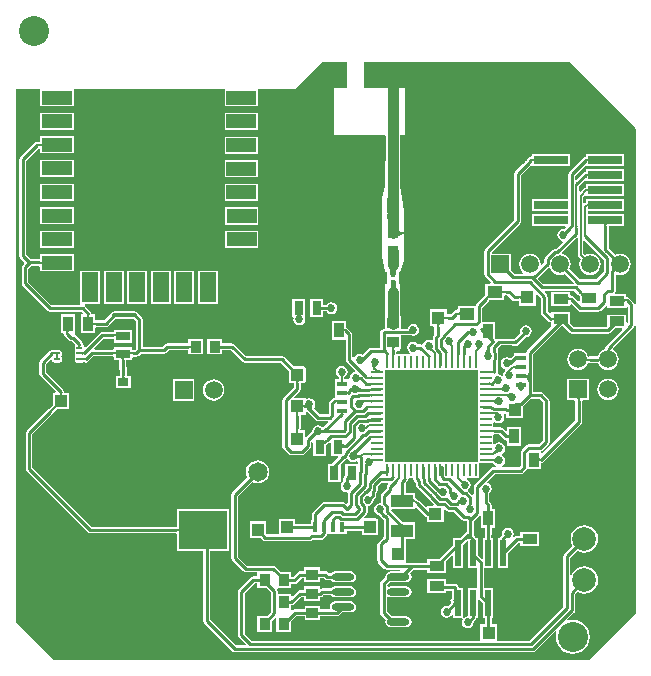
<source format=gtl>
G04 Layer_Physical_Order=1*
G04 Layer_Color=255*
%FSLAX24Y24*%
%MOIN*%
G70*
G01*
G75*
%ADD10R,0.0433X0.0433*%
%ADD11R,0.0433X0.0433*%
%ADD12R,0.0748X0.0433*%
%ADD13R,0.0512X0.0335*%
%ADD14R,0.0177X0.0394*%
%ADD15R,0.0138X0.0138*%
%ADD16R,0.0335X0.0512*%
%ADD17R,0.0394X0.0354*%
%ADD18R,0.0472X0.0315*%
%ADD19R,0.0315X0.0472*%
%ADD20R,0.2500X0.1299*%
%ADD21R,0.2500X0.1500*%
%ADD22R,0.1598X0.1299*%
G04:AMPARAMS|DCode=23|XSize=35.4mil|YSize=63mil|CornerRadius=1.9mil|HoleSize=0mil|Usage=FLASHONLY|Rotation=0.000|XOffset=0mil|YOffset=0mil|HoleType=Round|Shape=RoundedRectangle|*
%AMROUNDEDRECTD23*
21,1,0.0354,0.0591,0,0,0.0*
21,1,0.0315,0.0630,0,0,0.0*
1,1,0.0039,0.0158,-0.0295*
1,1,0.0039,-0.0158,-0.0295*
1,1,0.0039,-0.0158,0.0295*
1,1,0.0039,0.0158,0.0295*
%
%ADD23ROUNDEDRECTD23*%
G04:AMPARAMS|DCode=24|XSize=9.8mil|YSize=19.7mil|CornerRadius=2mil|HoleSize=0mil|Usage=FLASHONLY|Rotation=90.000|XOffset=0mil|YOffset=0mil|HoleType=Round|Shape=RoundedRectangle|*
%AMROUNDEDRECTD24*
21,1,0.0098,0.0157,0,0,90.0*
21,1,0.0059,0.0197,0,0,90.0*
1,1,0.0039,0.0079,0.0030*
1,1,0.0039,0.0079,-0.0030*
1,1,0.0039,-0.0079,-0.0030*
1,1,0.0039,-0.0079,0.0030*
%
%ADD24ROUNDEDRECTD24*%
%ADD25R,0.0354X0.0276*%
%ADD26R,0.1142X0.0291*%
%ADD27R,0.0354X0.0315*%
%ADD28R,0.0354X0.0394*%
%ADD29R,0.0472X0.0689*%
%ADD30O,0.0748X0.0236*%
%ADD31R,0.0400X0.0090*%
%ADD32R,0.0090X0.0400*%
%ADD33R,0.2874X0.2874*%
%ADD34R,0.0512X0.0413*%
%ADD35R,0.0181X0.0350*%
%ADD36R,0.0350X0.0181*%
%ADD37R,0.0197X0.0886*%
%ADD38C,0.0100*%
%ADD39C,0.0060*%
%ADD40C,0.0120*%
%ADD41C,0.0350*%
%ADD42C,0.0200*%
%ADD43C,0.0130*%
%ADD44C,0.0170*%
%ADD45R,0.0591X0.0591*%
%ADD46C,0.0591*%
%ADD47R,0.1000X0.0450*%
%ADD48R,0.0550X0.1000*%
%ADD49C,0.0787*%
%ADD50C,0.0650*%
%ADD51C,0.0270*%
%ADD52C,0.1000*%
G36*
X17295Y16200D02*
X17310Y16200D01*
Y16140D01*
X17295Y16139D01*
Y16135D01*
X17293Y16136D01*
X17289Y16137D01*
X17283Y16137D01*
X17273Y16138D01*
X17205Y16135D01*
Y16140D01*
X17190Y16140D01*
Y16200D01*
X17205Y16201D01*
Y16205D01*
X17207Y16204D01*
X17211Y16203D01*
X17217Y16203D01*
X17227Y16202D01*
X17295Y16205D01*
Y16200D01*
D02*
G37*
G36*
X17889Y16389D02*
X17889Y16389D01*
Y16389D01*
X17891Y16388D01*
X17895Y16387D01*
X17900Y16386D01*
X17918Y16385D01*
X17993Y16383D01*
Y16323D01*
X17889Y16318D01*
Y16318D01*
X17888Y16319D01*
X17887Y16320D01*
X17886Y16321D01*
X17883Y16322D01*
X17880Y16322D01*
X17876Y16323D01*
X17866Y16323D01*
X17853Y16323D01*
Y16383D01*
X17860Y16384D01*
X17880Y16385D01*
X17883Y16385D01*
X17886Y16386D01*
X17887Y16387D01*
X17888Y16388D01*
X17889Y16389D01*
Y16389D01*
X17889Y16389D01*
D02*
G37*
G36*
X22924Y16219D02*
X22919Y16217D01*
X22915Y16214D01*
X22911Y16210D01*
X22908Y16205D01*
X22905Y16198D01*
X22903Y16190D01*
X22901Y16181D01*
X22900Y16170D01*
X22900Y16159D01*
X22837D01*
X22836Y16170D01*
X22835Y16181D01*
X22834Y16190D01*
X22832Y16198D01*
X22829Y16205D01*
X22826Y16210D01*
X22822Y16214D01*
X22817Y16217D01*
X22812Y16219D01*
X22807Y16220D01*
X22930D01*
X22924Y16219D01*
D02*
G37*
G36*
X17889Y16181D02*
X17950Y16180D01*
Y16120D01*
X17889Y16117D01*
Y16113D01*
X17888Y16114D01*
X17886Y16115D01*
X17883Y16116D01*
X17883Y16117D01*
X17845Y16115D01*
Y16120D01*
X17829Y16120D01*
Y16180D01*
X17840Y16180D01*
X17845Y16181D01*
Y16185D01*
X17847Y16184D01*
X17851Y16183D01*
X17857Y16183D01*
X17862Y16182D01*
X17867Y16183D01*
X17874Y16185D01*
X17879Y16187D01*
X17883Y16190D01*
X17886Y16193D01*
X17888Y16197D01*
X17889Y16200D01*
Y16181D01*
D02*
G37*
G36*
X16924Y16490D02*
X16925Y16479D01*
X16926Y16470D01*
X16928Y16462D01*
X16931Y16455D01*
X16934Y16450D01*
X16938Y16446D01*
X16943Y16443D01*
X16948Y16441D01*
X16953Y16440D01*
X16833D01*
X16839Y16441D01*
X16844Y16443D01*
X16849Y16446D01*
X16853Y16450D01*
X16856Y16455D01*
X16859Y16462D01*
X16861Y16470D01*
X16862Y16479D01*
X16863Y16490D01*
X16863Y16501D01*
X16923D01*
X16924Y16490D01*
D02*
G37*
G36*
X17889Y16507D02*
X17888Y16509D01*
X17886Y16511D01*
X17883Y16514D01*
X17879Y16515D01*
X17874Y16517D01*
X17867Y16518D01*
X17859Y16519D01*
X17840Y16520D01*
X17829Y16520D01*
Y16580D01*
X17840Y16580D01*
X17867Y16583D01*
X17874Y16584D01*
X17879Y16585D01*
X17883Y16587D01*
X17886Y16589D01*
X17888Y16591D01*
X17889Y16594D01*
Y16507D01*
D02*
G37*
G36*
X21838Y16318D02*
X21836Y16319D01*
X21832Y16320D01*
X21826Y16321D01*
X21809Y16322D01*
X21733Y16323D01*
Y16383D01*
X21838Y16389D01*
Y16318D01*
D02*
G37*
G36*
X15449Y16613D02*
X15448Y16609D01*
X15447Y16603D01*
X15446Y16586D01*
X15444Y16513D01*
X15448Y16436D01*
X15474D01*
X15469Y16435D01*
X15464Y16433D01*
X15459Y16430D01*
X15455Y16426D01*
X15452Y16421D01*
X15449Y16415D01*
X15450Y16410D01*
X15448D01*
X15447Y16406D01*
X15446Y16397D01*
X15445Y16386D01*
X15444Y16375D01*
X15384D01*
X15384Y16386D01*
X15383Y16397D01*
X15382Y16406D01*
X15381Y16410D01*
X15379D01*
X15380Y16412D01*
X15380Y16412D01*
X15380Y16414D01*
X15377Y16421D01*
X15374Y16426D01*
X15370Y16430D01*
X15365Y16433D01*
X15360Y16435D01*
X15354Y16436D01*
X15383D01*
X15383Y16439D01*
X15384Y16511D01*
X15379Y16615D01*
X15450D01*
X15449Y16613D01*
D02*
G37*
G36*
X22191Y16121D02*
X22189Y16122D01*
X22185Y16123D01*
X22180Y16124D01*
X22162Y16125D01*
X22087Y16127D01*
Y16187D01*
X22191Y16192D01*
Y16121D01*
D02*
G37*
G36*
X21893Y16001D02*
X21894Y15999D01*
X21897Y15997D01*
X21902Y15995D01*
X21907Y15993D01*
X21914Y15992D01*
X21921Y15991D01*
X21941Y15990D01*
X21952Y15990D01*
Y15930D01*
X21941Y15930D01*
X21914Y15928D01*
X21907Y15926D01*
X21902Y15925D01*
X21897Y15923D01*
X21894Y15921D01*
X21893Y15919D01*
X21892Y15916D01*
Y16004D01*
X21893Y16001D01*
D02*
G37*
G36*
X7566Y16039D02*
X7571D01*
X7570Y16037D01*
X7569Y16033D01*
X7568Y16027D01*
X7568Y16019D01*
X7568Y16014D01*
X7570Y16006D01*
X7573Y15999D01*
X7576Y15994D01*
X7580Y15990D01*
X7585Y15987D01*
X7590Y15985D01*
X7596Y15984D01*
X7567D01*
X7566Y15934D01*
X7506D01*
X7503Y15984D01*
X7476D01*
X7481Y15985D01*
X7486Y15987D01*
X7491Y15990D01*
X7495Y15994D01*
X7498Y15999D01*
X7501Y16006D01*
X7502Y16010D01*
X7500Y16039D01*
X7506D01*
X7506Y16045D01*
X7566D01*
X7566Y16039D01*
D02*
G37*
G36*
X24822Y15866D02*
X24850D01*
X24844Y15865D01*
X24839Y15864D01*
X24835Y15861D01*
X24831Y15856D01*
X24827Y15851D01*
X24825Y15844D01*
X24823Y15838D01*
X24825Y15795D01*
X24755D01*
X24756Y15797D01*
X24757Y15801D01*
X24757Y15807D01*
X24759Y15824D01*
X24759Y15828D01*
X24757Y15837D01*
X24755Y15844D01*
X24753Y15851D01*
X24749Y15856D01*
X24745Y15861D01*
X24741Y15864D01*
X24736Y15865D01*
X24730Y15866D01*
X24759D01*
X24760Y15900D01*
X24820D01*
X24822Y15866D01*
D02*
G37*
G36*
X22440Y15884D02*
X22436Y15897D01*
X22430Y15909D01*
X22424Y15920D01*
X22417Y15929D01*
X22410Y15937D01*
X22401Y15944D01*
X22392Y15949D01*
X22382Y15952D01*
X22370Y15954D01*
X22359Y15955D01*
X22393Y16015D01*
X22401Y16015D01*
X22410Y16016D01*
X22432Y16020D01*
X22459Y16027D01*
X22508Y16041D01*
X22526Y16048D01*
X22440Y15884D01*
D02*
G37*
G36*
X17447Y16240D02*
X17455Y16231D01*
X17464Y16224D01*
X17473Y16218D01*
X17483Y16212D01*
X17494Y16208D01*
X17505Y16204D01*
X17517Y16202D01*
X17529Y16200D01*
X17543Y16200D01*
X17526Y16100D01*
X17514Y16100D01*
X17501Y16098D01*
X17489Y16097D01*
X17477Y16094D01*
X17465Y16091D01*
X17454Y16086D01*
X17443Y16082D01*
X17432Y16076D01*
X17421Y16069D01*
X17411Y16062D01*
X17439Y16249D01*
X17447Y16240D01*
D02*
G37*
G36*
X21893Y16198D02*
X21894Y16195D01*
X21897Y16193D01*
X21902Y16192D01*
X21907Y16190D01*
X21914Y16189D01*
X21921Y16188D01*
X21941Y16187D01*
X21952Y16187D01*
Y16127D01*
X21941Y16126D01*
X21914Y16124D01*
X21907Y16123D01*
X21902Y16122D01*
X21897Y16120D01*
X21894Y16118D01*
X21893Y16115D01*
X21892Y16113D01*
Y16200D01*
X21893Y16198D01*
D02*
G37*
G36*
X17889Y15991D02*
X17960Y15990D01*
Y15930D01*
X17889Y15926D01*
Y15916D01*
X17888Y15919D01*
X17886Y15921D01*
X17883Y15923D01*
X17879Y15925D01*
X17877Y15926D01*
X17855Y15925D01*
Y15929D01*
X17840Y15930D01*
X17829Y15930D01*
Y15990D01*
X17840Y15990D01*
X17855Y15991D01*
Y15995D01*
X17857Y15994D01*
X17861Y15993D01*
X17867Y15993D01*
X17869Y15992D01*
X17874Y15993D01*
X17879Y15995D01*
X17883Y15997D01*
X17886Y15999D01*
X17888Y16001D01*
X17889Y16004D01*
Y15991D01*
D02*
G37*
G36*
X17067Y16080D02*
X17068Y16078D01*
X17070Y16076D01*
X17072Y16075D01*
X17075Y16075D01*
Y16074D01*
X17077Y16073D01*
X17082Y16072D01*
X17088Y16071D01*
X17094Y16070D01*
X17110Y16070D01*
Y16010D01*
X17102Y16010D01*
X17088Y16009D01*
X17082Y16008D01*
X17077Y16007D01*
X17075Y16006D01*
Y16005D01*
X17073Y16005D01*
X17070Y16004D01*
X17068Y16002D01*
X17067Y16000D01*
X17066Y15997D01*
Y16007D01*
X17063Y16007D01*
X17046Y16009D01*
X16970Y16010D01*
Y16070D01*
X17066Y16075D01*
Y16083D01*
X17067Y16080D01*
D02*
G37*
G36*
X23210Y16510D02*
X23110Y16389D01*
X23109Y16409D01*
X23107Y16428D01*
X23104Y16447D01*
X23099Y16465D01*
X23092Y16482D01*
X23085Y16499D01*
X23075Y16515D01*
X23065Y16531D01*
X23053Y16546D01*
X23039Y16560D01*
X23098Y16643D01*
X23100Y16641D01*
X23102Y16642D01*
X23104Y16646D01*
X23106Y16651D01*
X23110Y16712D01*
X23110Y16731D01*
X23210Y16510D01*
D02*
G37*
G36*
X7460Y17309D02*
X7455Y17308D01*
X7451Y17305D01*
X7447Y17300D01*
X7443Y17295D01*
X7441Y17288D01*
X7439Y17280D01*
X7437Y17271D01*
X7436Y17261D01*
X7436Y17260D01*
X7436Y17259D01*
X7437Y17249D01*
X7439Y17240D01*
X7441Y17232D01*
X7443Y17225D01*
X7447Y17220D01*
X7451Y17215D01*
X7455Y17212D01*
X7460Y17211D01*
X7466Y17210D01*
X7346D01*
X7352Y17211D01*
X7357Y17212D01*
X7361Y17215D01*
X7365Y17220D01*
X7368Y17225D01*
X7371Y17232D01*
X7373Y17240D01*
X7375Y17249D01*
X7376Y17259D01*
X7376Y17260D01*
X7376Y17261D01*
X7375Y17271D01*
X7373Y17280D01*
X7371Y17288D01*
X7368Y17295D01*
X7365Y17300D01*
X7361Y17305D01*
X7357Y17308D01*
X7352Y17309D01*
X7346Y17310D01*
X7466D01*
X7460Y17309D01*
D02*
G37*
G36*
X18379Y17319D02*
X18384D01*
X18384Y17321D01*
X18384Y17332D01*
X18444D01*
X18444Y17321D01*
X18444Y17319D01*
X18449D01*
X18448Y17317D01*
X18447Y17313D01*
X18447Y17307D01*
X18446Y17298D01*
X18446Y17294D01*
X18447Y17287D01*
X18449Y17282D01*
X18451Y17278D01*
X18453Y17275D01*
X18455Y17273D01*
X18458Y17272D01*
X18445D01*
X18444Y17214D01*
X18384D01*
X18381Y17272D01*
X18370D01*
X18373Y17273D01*
X18375Y17275D01*
X18377Y17278D01*
X18379Y17282D01*
X18380Y17286D01*
X18379Y17319D01*
X18366Y17330D01*
X18353Y17341D01*
X18338Y17350D01*
X18323Y17358D01*
X18308Y17365D01*
X18291Y17370D01*
X18274Y17374D01*
X18256Y17378D01*
X18237Y17379D01*
X18217Y17380D01*
X18338Y17430D01*
X18373Y17465D01*
X18379Y17319D01*
D02*
G37*
G36*
X20806Y17321D02*
X20807Y17308D01*
X20812D01*
X20811Y17306D01*
X20810Y17303D01*
X20809Y17297D01*
X20809Y17293D01*
X20810Y17287D01*
X20811Y17282D01*
X20813Y17278D01*
X20815Y17275D01*
X20817Y17273D01*
X20820Y17272D01*
X20807D01*
X20806Y17204D01*
X20746D01*
X20743Y17272D01*
X20732D01*
X20735Y17273D01*
X20737Y17275D01*
X20739Y17278D01*
X20741Y17282D01*
X20742Y17285D01*
X20741Y17308D01*
X20745D01*
X20746Y17321D01*
X20746Y17332D01*
X20806D01*
X20806Y17321D01*
D02*
G37*
G36*
X21003D02*
X21004Y17312D01*
X21008D01*
X21007Y17310D01*
X21007Y17306D01*
X21006Y17300D01*
X21005Y17294D01*
X21005Y17294D01*
X21007Y17287D01*
X21008Y17282D01*
X21010Y17278D01*
X21012Y17275D01*
X21014Y17273D01*
X21017Y17272D01*
X21004D01*
X21003Y17207D01*
X20943D01*
X20940Y17272D01*
X20929D01*
X20932Y17273D01*
X20934Y17275D01*
X20936Y17278D01*
X20938Y17282D01*
X20939Y17285D01*
X20938Y17312D01*
X20942D01*
X20943Y17321D01*
X20943Y17332D01*
X21003D01*
X21003Y17321D01*
D02*
G37*
G36*
X20610D02*
X20612Y17294D01*
X20613Y17287D01*
X20615Y17282D01*
X20616Y17278D01*
X20618Y17275D01*
X20621Y17273D01*
X20623Y17272D01*
X20536D01*
X20538Y17273D01*
X20541Y17275D01*
X20543Y17278D01*
X20545Y17282D01*
X20546Y17287D01*
X20548Y17294D01*
X20549Y17302D01*
X20550Y17321D01*
X20550Y17332D01*
X20610D01*
X20610Y17321D01*
D02*
G37*
G36*
X21397D02*
X21399Y17294D01*
X21400Y17287D01*
X21402Y17282D01*
X21404Y17278D01*
X21406Y17275D01*
X21408Y17273D01*
X21411Y17272D01*
X21323D01*
X21326Y17273D01*
X21328Y17275D01*
X21330Y17278D01*
X21332Y17282D01*
X21333Y17287D01*
X21335Y17294D01*
X21336Y17302D01*
X21337Y17321D01*
X21337Y17332D01*
X21397D01*
X21397Y17321D01*
D02*
G37*
G36*
X20417Y17365D02*
X20416Y17361D01*
X20415Y17356D01*
X20414Y17338D01*
X20413Y17311D01*
X20415Y17294D01*
X20416Y17287D01*
X20417Y17282D01*
X20419Y17278D01*
X20421Y17275D01*
X20424Y17273D01*
X20426Y17272D01*
X20413D01*
X20413Y17263D01*
X20353D01*
X20352Y17272D01*
X20339D01*
X20341Y17273D01*
X20344Y17275D01*
X20346Y17278D01*
X20348Y17282D01*
X20349Y17287D01*
X20350Y17294D01*
X20351Y17297D01*
X20347Y17367D01*
X20418D01*
X20417Y17365D01*
D02*
G37*
G36*
X20019Y17321D02*
X20021Y17294D01*
X20022Y17287D01*
X20024Y17282D01*
X20026Y17278D01*
X20028Y17275D01*
X20030Y17273D01*
X20033Y17272D01*
X19945D01*
X19948Y17273D01*
X19950Y17275D01*
X19952Y17278D01*
X19954Y17282D01*
X19955Y17287D01*
X19957Y17294D01*
X19958Y17302D01*
X19959Y17321D01*
X19959Y17332D01*
X20019D01*
X20019Y17321D01*
D02*
G37*
G36*
X18641D02*
X18642Y17304D01*
X18646D01*
X18645Y17302D01*
X18644Y17298D01*
X18643Y17292D01*
X18643Y17292D01*
X18644Y17287D01*
X18646Y17282D01*
X18648Y17278D01*
X18650Y17275D01*
X18652Y17273D01*
X18655Y17272D01*
X18642D01*
X18641Y17199D01*
X18581D01*
X18577Y17272D01*
X18567D01*
X18570Y17273D01*
X18572Y17275D01*
X18574Y17278D01*
X18576Y17282D01*
X18577Y17284D01*
X18575Y17304D01*
X18580D01*
X18581Y17321D01*
X18581Y17332D01*
X18641D01*
X18641Y17321D01*
D02*
G37*
G36*
X22694Y16830D02*
X22693Y16836D01*
X22691Y16841D01*
X22688Y16845D01*
X22684Y16849D01*
X22678Y16853D01*
X22672Y16855D01*
X22664Y16857D01*
X22655Y16859D01*
X22644Y16860D01*
X22633Y16860D01*
Y16920D01*
X22644Y16920D01*
X22655Y16921D01*
X22664Y16923D01*
X22672Y16925D01*
X22678Y16927D01*
X22684Y16931D01*
X22688Y16935D01*
X22691Y16939D01*
X22693Y16944D01*
X22694Y16950D01*
Y16830D01*
D02*
G37*
G36*
X18059Y16931D02*
X18046Y16926D01*
X18034Y16921D01*
X18024Y16916D01*
X18015Y16909D01*
X18007Y16903D01*
X18001Y16895D01*
X17996Y16887D01*
X17993Y16879D01*
X17991Y16870D01*
X17990Y16860D01*
X17930Y16878D01*
X17930Y16886D01*
X17929Y16896D01*
X17927Y16906D01*
X17921Y16930D01*
X17912Y16960D01*
X17894Y17013D01*
X18059Y16931D01*
D02*
G37*
G36*
X21893Y16788D02*
X21894Y16786D01*
X21897Y16784D01*
X21902Y16782D01*
X21905Y16781D01*
X21932Y16783D01*
Y16778D01*
X21941Y16777D01*
X21952Y16777D01*
Y16717D01*
X21941Y16717D01*
X21932Y16716D01*
Y16712D01*
X21930Y16713D01*
X21926Y16714D01*
X21920Y16715D01*
X21914Y16715D01*
X21914Y16715D01*
X21907Y16714D01*
X21902Y16712D01*
X21897Y16710D01*
X21894Y16708D01*
X21893Y16706D01*
X21892Y16703D01*
Y16716D01*
X21827Y16717D01*
Y16777D01*
X21892Y16781D01*
Y16791D01*
X21893Y16788D01*
D02*
G37*
G36*
X18038Y16825D02*
X18046Y16818D01*
X18055Y16811D01*
X18064Y16805D01*
X18072Y16801D01*
X18081Y16797D01*
X18089Y16794D01*
X18097Y16792D01*
X18106Y16790D01*
X18114Y16790D01*
X17944D01*
X17952Y16790D01*
X17958Y16792D01*
X17962Y16794D01*
X17965Y16797D01*
X17966Y16801D01*
X17965Y16805D01*
X17962Y16811D01*
X17958Y16818D01*
X17952Y16825D01*
X17944Y16833D01*
X18029D01*
X18038Y16825D01*
D02*
G37*
G36*
X22617Y17066D02*
X22504Y16958D01*
X22476Y17134D01*
X22483Y17129D01*
X22491Y17125D01*
X22499Y17123D01*
X22508Y17123D01*
X22516Y17124D01*
X22525Y17127D01*
X22535Y17131D01*
X22544Y17138D01*
X22554Y17145D01*
X22564Y17155D01*
X22617Y17066D01*
D02*
G37*
G36*
X19826Y17241D02*
X19825Y17237D01*
X19825Y17231D01*
X19823Y17214D01*
X19822Y17138D01*
X19762D01*
X19757Y17243D01*
X19827D01*
X19826Y17241D01*
D02*
G37*
G36*
X25125Y17115D02*
X25123Y17116D01*
X25119Y17117D01*
X25113Y17117D01*
X25096Y17119D01*
X25020Y17120D01*
Y17180D01*
X25125Y17185D01*
Y17115D01*
D02*
G37*
G36*
X25487Y17184D02*
X25491Y17183D01*
X25497Y17183D01*
X25514Y17181D01*
X25590Y17180D01*
Y17120D01*
X25485Y17115D01*
Y17185D01*
X25487Y17184D01*
D02*
G37*
G36*
X17889Y13827D02*
X17891Y13827D01*
X17909Y13826D01*
X17984Y13824D01*
Y13764D01*
X17889Y13759D01*
Y13751D01*
X17888Y13753D01*
X17887Y13756D01*
X17885Y13758D01*
X17882Y13759D01*
X17880Y13759D01*
Y13760D01*
X17878Y13761D01*
X17873Y13762D01*
X17867Y13763D01*
X17860Y13764D01*
X17844Y13764D01*
Y13824D01*
X17853Y13825D01*
X17867Y13826D01*
X17873Y13827D01*
X17878Y13828D01*
X17880Y13829D01*
Y13830D01*
X17881Y13829D01*
X17882Y13829D01*
X17885Y13831D01*
X17887Y13833D01*
X17888Y13836D01*
X17889Y13838D01*
Y13827D01*
D02*
G37*
G36*
Y13947D02*
X17888Y13950D01*
X17886Y13952D01*
X17883Y13954D01*
X17879Y13956D01*
X17874Y13958D01*
X17867Y13959D01*
X17859Y13960D01*
X17840Y13961D01*
X17829Y13961D01*
Y14021D01*
X17840Y14021D01*
X17867Y14023D01*
X17874Y14025D01*
X17879Y14026D01*
X17883Y14028D01*
X17886Y14030D01*
X17888Y14032D01*
X17889Y14035D01*
Y13947D01*
D02*
G37*
G36*
X23481Y13866D02*
X23483Y13862D01*
X23485Y13859D01*
X23489Y13857D01*
X23492Y13855D01*
X23495Y13855D01*
Y13854D01*
X23498Y13853D01*
X23505Y13852D01*
X23512Y13851D01*
X23521Y13850D01*
X23530Y13850D01*
Y13790D01*
X23521Y13790D01*
X23505Y13788D01*
X23498Y13787D01*
X23495Y13786D01*
Y13785D01*
X23493Y13785D01*
X23493Y13785D01*
X23489Y13783D01*
X23485Y13781D01*
X23483Y13778D01*
X23481Y13774D01*
X23481Y13771D01*
Y13788D01*
X23466Y13789D01*
X23390Y13790D01*
Y13850D01*
X23481Y13855D01*
Y13869D01*
X23481Y13866D01*
D02*
G37*
G36*
X22041Y13699D02*
X22029Y13711D01*
X22005Y13732D01*
X21993Y13741D01*
X21982Y13748D01*
X21971Y13754D01*
X21959Y13758D01*
X21948Y13762D01*
X21937Y13764D01*
X21935Y13764D01*
X21914Y13762D01*
X21907Y13761D01*
X21902Y13759D01*
X21897Y13758D01*
X21894Y13756D01*
X21893Y13753D01*
X21892Y13751D01*
Y13838D01*
X21893Y13836D01*
X21894Y13833D01*
X21897Y13831D01*
X21902Y13829D01*
X21907Y13828D01*
X21914Y13827D01*
X21921Y13826D01*
X21936Y13825D01*
X21939Y13825D01*
X21950Y13827D01*
X21961Y13830D01*
X21972Y13835D01*
X21984Y13840D01*
X21996Y13847D01*
X22008Y13855D01*
X22021Y13865D01*
X22047Y13888D01*
X22041Y13699D01*
D02*
G37*
G36*
X22146Y14055D02*
X22128Y14054D01*
X22095Y14050D01*
X22081Y14047D01*
X22068Y14043D01*
X22055Y14039D01*
X22044Y14034D01*
X22034Y14028D01*
X22025Y14022D01*
X22017Y14015D01*
X21972Y14055D01*
X21980Y14063D01*
X21986Y14072D01*
X21992Y14082D01*
X21996Y14094D01*
X22000Y14106D01*
X22003Y14119D01*
X22005Y14133D01*
X22006Y14148D01*
X22006Y14164D01*
X22005Y14182D01*
X22146Y14055D01*
D02*
G37*
G36*
X16911Y14361D02*
X16914Y14352D01*
X16919Y14345D01*
X16927Y14338D01*
X16936Y14332D01*
X16947Y14328D01*
X16960Y14325D01*
X16975Y14322D01*
X16992Y14320D01*
X17012Y14320D01*
Y14220D01*
X16992Y14219D01*
X16975Y14218D01*
X16960Y14216D01*
X16947Y14212D01*
X16936Y14208D01*
X16927Y14202D01*
X16919Y14195D01*
X16914Y14188D01*
X16911Y14180D01*
X16910Y14170D01*
Y14370D01*
X16911Y14361D01*
D02*
G37*
G36*
X21893Y14032D02*
X21894Y14030D01*
X21897Y14028D01*
X21901Y14026D01*
X21907Y14025D01*
X21913Y14023D01*
X21921Y14023D01*
X21940Y14021D01*
X21951Y14021D01*
Y13961D01*
X21940Y13961D01*
X21913Y13959D01*
X21907Y13958D01*
X21901Y13956D01*
X21897Y13954D01*
X21894Y13952D01*
X21893Y13950D01*
X21892Y13947D01*
Y14035D01*
X21893Y14032D01*
D02*
G37*
G36*
X17421Y14084D02*
X17412Y14074D01*
X17404Y14064D01*
X17398Y14054D01*
X17393Y14044D01*
X17390Y14034D01*
X17388Y14024D01*
X17387Y14014D01*
X17388Y14006D01*
X17395Y14002D01*
X17405Y13996D01*
X17416Y13991D01*
X17427Y13987D01*
X17439Y13984D01*
X17451Y13982D01*
X17463Y13980D01*
X17476Y13980D01*
Y13960D01*
X17483Y13960D01*
Y13900D01*
X17476Y13900D01*
Y13880D01*
X17463Y13880D01*
X17451Y13878D01*
X17439Y13876D01*
X17427Y13873D01*
X17416Y13869D01*
X17405Y13864D01*
X17395Y13858D01*
X17385Y13852D01*
X17375Y13844D01*
X17366Y13836D01*
Y13898D01*
X17305Y13895D01*
Y13965D01*
X17307Y13964D01*
X17311Y13963D01*
X17317Y13963D01*
X17334Y13961D01*
X17366Y13961D01*
Y13995D01*
X17219Y14055D01*
X17230Y14060D01*
X17250Y14070D01*
X17260Y14076D01*
X17280Y14089D01*
X17290Y14097D01*
X17308Y14113D01*
X17318Y14122D01*
X17421Y14084D01*
D02*
G37*
G36*
X21433Y16642D02*
Y16445D01*
Y16248D01*
Y16052D01*
Y15855D01*
Y15658D01*
Y15461D01*
Y15264D01*
Y15067D01*
Y14871D01*
Y14674D01*
Y14477D01*
Y14280D01*
Y14083D01*
Y13886D01*
Y13728D01*
X18348D01*
Y13886D01*
Y14083D01*
Y14280D01*
Y14477D01*
Y14674D01*
Y14871D01*
Y15067D01*
Y15264D01*
Y15461D01*
Y15658D01*
Y15855D01*
Y16052D01*
Y16248D01*
Y16445D01*
Y16642D01*
Y16814D01*
X21433D01*
Y16642D01*
D02*
G37*
G36*
X21548Y11950D02*
Y11544D01*
X21668D01*
Y11382D01*
X21666Y11380D01*
X21658Y11337D01*
X21658Y11337D01*
Y11220D01*
X21612D01*
Y10538D01*
X21562Y10517D01*
X21428Y10650D01*
Y11220D01*
X21360D01*
X21349Y11236D01*
X21349Y11236D01*
X21292Y11293D01*
Y11754D01*
X21487Y11949D01*
X21487Y11949D01*
X21498Y11965D01*
X21548Y11950D01*
D02*
G37*
G36*
X12244Y11440D02*
X12242Y11441D01*
X12238Y11442D01*
X12232Y11443D01*
X12215Y11444D01*
X12139Y11445D01*
Y11505D01*
X12244Y11511D01*
Y11440D01*
D02*
G37*
G36*
X20768Y9131D02*
X20760Y9128D01*
X20753Y9123D01*
X20747Y9116D01*
X20742Y9107D01*
X20738Y9096D01*
X20734Y9083D01*
X20732Y9068D01*
X20730Y9051D01*
X20730Y9032D01*
X20630D01*
X20630Y9051D01*
X20628Y9068D01*
X20626Y9083D01*
X20622Y9096D01*
X20618Y9107D01*
X20613Y9116D01*
X20607Y9123D01*
X20600Y9128D01*
X20592Y9131D01*
X20583Y9132D01*
X20777D01*
X20768Y9131D01*
D02*
G37*
G36*
X19685Y11925D02*
X19721Y11901D01*
X19743Y11896D01*
Y11728D01*
X20297D01*
Y12137D01*
X20343Y12156D01*
X20383Y12116D01*
X20419Y12091D01*
X20462Y12083D01*
X20462Y12083D01*
X20629D01*
X20891Y11821D01*
X20927Y11796D01*
X20970Y11788D01*
X20970Y11788D01*
X21068D01*
Y11420D01*
X21062Y11419D01*
X21026Y11394D01*
X20957Y11326D01*
X20957Y11326D01*
X20957Y11326D01*
X20851Y11220D01*
X20612D01*
Y10980D01*
X20123Y10492D01*
X19754D01*
Y10372D01*
X19230D01*
X19230Y10372D01*
X19230Y10372D01*
X19069D01*
X19032Y10403D01*
Y10957D01*
X19022D01*
Y11171D01*
X19344D01*
Y11724D01*
X18929D01*
X18548Y12106D01*
X18569Y12156D01*
X19344D01*
Y12201D01*
X19390Y12220D01*
X19685Y11925D01*
D02*
G37*
G36*
X16699Y13580D02*
X16698Y13576D01*
X16697Y13570D01*
X16696Y13553D01*
X16694Y13477D01*
X16634D01*
X16629Y13582D01*
X16700D01*
X16699Y13580D01*
D02*
G37*
G36*
X21957Y13687D02*
X21964Y13682D01*
X21983Y13664D01*
X21994Y13654D01*
X21998Y13652D01*
X21999Y13649D01*
X22049Y13616D01*
X22034Y13566D01*
X21948D01*
X21948Y13566D01*
X21905Y13558D01*
X21868Y13533D01*
X21868Y13533D01*
X21329Y12994D01*
X21304Y12957D01*
X21296Y12915D01*
X21296Y12915D01*
Y12660D01*
X21246Y12639D01*
X21116Y12769D01*
X21112Y12785D01*
X21117Y12830D01*
X21131Y12839D01*
X21174Y12904D01*
X21189Y12980D01*
X21174Y13056D01*
X21131Y13121D01*
X21075Y13158D01*
X21079Y13197D01*
X21083Y13208D01*
X21472D01*
Y13689D01*
X21874D01*
X21877Y13687D01*
X21885Y13689D01*
X21892Y13686D01*
X21900Y13689D01*
X21901Y13689D01*
X21902Y13689D01*
X21953D01*
X21957Y13687D01*
D02*
G37*
G36*
X11482Y11506D02*
X11495Y11505D01*
Y11445D01*
X11482Y11445D01*
Y11415D01*
X11482Y11421D01*
X11480Y11426D01*
X11477Y11431D01*
X11473Y11435D01*
X11467Y11438D01*
X11460Y11441D01*
X11452Y11443D01*
X11450Y11443D01*
X11390Y11440D01*
Y11511D01*
X11392Y11510D01*
X11396Y11509D01*
X11402Y11508D01*
X11419Y11507D01*
X11440Y11506D01*
X11443Y11507D01*
X11452Y11508D01*
X11460Y11510D01*
X11467Y11513D01*
X11473Y11516D01*
X11477Y11520D01*
X11480Y11525D01*
X11482Y11530D01*
X11482Y11535D01*
Y11506D01*
D02*
G37*
G36*
X19288Y13170D02*
X19296Y13127D01*
X19321Y13091D01*
X19368Y13044D01*
Y12987D01*
X19368Y12987D01*
X19376Y12945D01*
X19401Y12908D01*
X19759Y12549D01*
X19761Y12539D01*
X19786Y12503D01*
X19962Y12327D01*
X19942Y12281D01*
X19743D01*
Y12249D01*
X19697Y12230D01*
X19479Y12448D01*
X19443Y12472D01*
X19422Y12476D01*
X19351Y12547D01*
X19344Y12552D01*
Y12709D01*
X19022D01*
Y13034D01*
X19084Y13095D01*
X19108Y13132D01*
X19117Y13175D01*
X19144Y13208D01*
X19257D01*
X19288Y13170D01*
D02*
G37*
G36*
X16831Y14292D02*
X16828Y14290D01*
X16823Y14284D01*
X16822Y14281D01*
X16820Y14279D01*
X16818Y14276D01*
X16817Y14273D01*
X16816Y14270D01*
X16816Y14267D01*
X16815Y14265D01*
X16760Y14320D01*
X16763Y14320D01*
X16766Y14321D01*
X16769Y14322D01*
X16771Y14323D01*
X16774Y14324D01*
X16777Y14326D01*
X16780Y14328D01*
X16783Y14330D01*
X16785Y14332D01*
X16788Y14335D01*
X16831Y14292D01*
D02*
G37*
G36*
X17889Y15596D02*
X17894Y15596D01*
Y15536D01*
X17889Y15536D01*
Y15522D01*
X17888Y15525D01*
X17886Y15527D01*
X17883Y15529D01*
X17879Y15531D01*
X17874Y15533D01*
X17867Y15534D01*
X17862Y15534D01*
X17789Y15531D01*
Y15601D01*
X17791Y15600D01*
X17795Y15599D01*
X17801Y15599D01*
X17818Y15597D01*
X17849Y15597D01*
X17867Y15598D01*
X17874Y15600D01*
X17879Y15601D01*
X17883Y15603D01*
X17886Y15605D01*
X17888Y15607D01*
X17889Y15610D01*
Y15596D01*
D02*
G37*
G36*
X15766Y15555D02*
X15907Y15557D01*
X15902Y15551D01*
X15898Y15545D01*
X15896Y15539D01*
X15896Y15532D01*
X15897Y15524D01*
X15900Y15516D01*
X15905Y15507D01*
X15911Y15498D01*
X15919Y15488D01*
X15929Y15478D01*
X15832Y15433D01*
X15747Y15540D01*
X15677Y15557D01*
X15667Y15559D01*
X15658Y15557D01*
X15651Y15555D01*
X15644Y15552D01*
X15638Y15549D01*
X15634Y15545D01*
X15631Y15541D01*
X15629Y15536D01*
X15628Y15530D01*
Y15560D01*
X15610Y15560D01*
Y15620D01*
X15611Y15620D01*
X15622Y15621D01*
X15628Y15622D01*
Y15650D01*
X15629Y15644D01*
X15631Y15639D01*
X15634Y15635D01*
X15638Y15631D01*
X15644Y15627D01*
X15645Y15627D01*
X15652Y15631D01*
X15661Y15638D01*
X15668Y15645D01*
X15675Y15655D01*
X15680Y15665D01*
X15685Y15677D01*
X15689Y15691D01*
X15766Y15555D01*
D02*
G37*
G36*
X21893Y15410D02*
X21894Y15408D01*
X21897Y15406D01*
X21902Y15404D01*
X21907Y15403D01*
X21914Y15401D01*
X21921Y15400D01*
X21941Y15399D01*
X21952Y15399D01*
Y15339D01*
X21941Y15339D01*
X21914Y15337D01*
X21907Y15336D01*
X21902Y15334D01*
X21897Y15332D01*
X21894Y15330D01*
X21893Y15328D01*
X21892Y15325D01*
Y15413D01*
X21893Y15410D01*
D02*
G37*
G36*
X22440Y15420D02*
X22440Y15420D01*
X22438Y15420D01*
X22390Y15420D01*
Y15520D01*
X22440Y15520D01*
Y15420D01*
D02*
G37*
G36*
X22032Y15668D02*
X22019Y15680D01*
X21995Y15701D01*
X21984Y15709D01*
X21972Y15717D01*
X21961Y15722D01*
X21950Y15727D01*
X21938Y15730D01*
X21929Y15732D01*
X21914Y15731D01*
X21907Y15729D01*
X21902Y15728D01*
X21897Y15726D01*
X21894Y15724D01*
X21893Y15722D01*
X21892Y15719D01*
Y15807D01*
X21893Y15804D01*
X21894Y15802D01*
X21897Y15800D01*
X21902Y15798D01*
X21907Y15796D01*
X21914Y15795D01*
X21921Y15794D01*
X21929Y15794D01*
X21940Y15795D01*
X21951Y15799D01*
X21962Y15803D01*
X21974Y15809D01*
X21986Y15816D01*
X21998Y15824D01*
X22010Y15834D01*
X22036Y15857D01*
X22032Y15668D01*
D02*
G37*
G36*
X16719Y15792D02*
X16734Y15791D01*
X16810Y15790D01*
Y15730D01*
X16719Y15725D01*
Y15711D01*
X16719Y15714D01*
X16717Y15718D01*
X16715Y15720D01*
X16712Y15723D01*
X16708Y15725D01*
X16705Y15725D01*
Y15726D01*
X16702Y15727D01*
X16695Y15728D01*
X16688Y15729D01*
X16679Y15730D01*
X16670Y15730D01*
Y15790D01*
X16679Y15790D01*
X16695Y15792D01*
X16702Y15793D01*
X16705Y15794D01*
Y15795D01*
X16707Y15795D01*
X16707Y15795D01*
X16712Y15797D01*
X16715Y15800D01*
X16717Y15802D01*
X16719Y15806D01*
X16719Y15809D01*
Y15792D01*
D02*
G37*
G36*
X17507Y15808D02*
X17569Y15798D01*
X17585Y15796D01*
X17648Y15793D01*
X17665Y15733D01*
X17653Y15732D01*
X17642Y15730D01*
X17632Y15727D01*
X17623Y15722D01*
X17616Y15716D01*
X17609Y15708D01*
X17604Y15699D01*
X17599Y15689D01*
X17596Y15678D01*
X17594Y15665D01*
X17491Y15811D01*
X17507Y15808D01*
D02*
G37*
G36*
X17889Y15719D02*
X17888Y15722D01*
X17886Y15724D01*
X17883Y15726D01*
X17879Y15728D01*
X17874Y15729D01*
X17867Y15731D01*
X17859Y15732D01*
X17840Y15733D01*
X17829Y15733D01*
Y15793D01*
X17840Y15793D01*
X17867Y15795D01*
X17874Y15796D01*
X17879Y15798D01*
X17883Y15800D01*
X17886Y15802D01*
X17888Y15804D01*
X17889Y15807D01*
Y15719D01*
D02*
G37*
G36*
X15447Y15376D02*
X15474D01*
X15469Y15375D01*
X15464Y15373D01*
X15459Y15370D01*
X15455Y15366D01*
X15452Y15361D01*
X15449Y15354D01*
X15448Y15350D01*
X15450Y15321D01*
X15444D01*
X15444Y15315D01*
X15384D01*
X15384Y15321D01*
X15379D01*
X15380Y15323D01*
X15381Y15327D01*
X15382Y15333D01*
X15382Y15341D01*
X15382Y15346D01*
X15380Y15354D01*
X15377Y15361D01*
X15374Y15366D01*
X15370Y15370D01*
X15365Y15373D01*
X15360Y15375D01*
X15354Y15376D01*
X15383D01*
X15384Y15426D01*
X15444D01*
X15447Y15376D01*
D02*
G37*
G36*
X22549Y14496D02*
X22536Y14508D01*
X22512Y14528D01*
X22500Y14537D01*
X22488Y14544D01*
X22479Y14548D01*
Y14530D01*
X22479Y14536D01*
X22477Y14541D01*
X22474Y14545D01*
X22470Y14549D01*
X22464Y14553D01*
X22458Y14555D01*
X22453Y14557D01*
X22415Y14555D01*
Y14625D01*
X22417Y14624D01*
X22421Y14623D01*
X22427Y14623D01*
X22442Y14621D01*
X22450Y14623D01*
X22458Y14625D01*
X22464Y14627D01*
X22470Y14631D01*
X22474Y14635D01*
X22477Y14639D01*
X22479Y14644D01*
X22479Y14650D01*
Y14632D01*
X22488Y14636D01*
X22500Y14643D01*
X22512Y14652D01*
X22524Y14661D01*
X22536Y14672D01*
X22549Y14684D01*
Y14496D01*
D02*
G37*
G36*
X15429Y14827D02*
X15428Y14823D01*
X15427Y14817D01*
X15426Y14800D01*
X15425Y14776D01*
X15426Y14773D01*
X15427Y14764D01*
X15429Y14756D01*
X15432Y14749D01*
X15435Y14744D01*
X15439Y14740D01*
X15444Y14737D01*
X15449Y14735D01*
X15454Y14734D01*
X15424D01*
X15424Y14724D01*
X15364D01*
X15364Y14734D01*
X15334D01*
X15340Y14735D01*
X15345Y14737D01*
X15350Y14740D01*
X15354Y14744D01*
X15357Y14749D01*
X15360Y14756D01*
X15362Y14764D01*
X15362Y14767D01*
X15359Y14829D01*
X15430D01*
X15429Y14827D01*
D02*
G37*
G36*
X16414Y14420D02*
X16412Y14419D01*
X16409Y14417D01*
X16404Y14414D01*
X16391Y14402D01*
X16337Y14350D01*
X16294Y14392D01*
X16364Y14470D01*
X16414Y14420D01*
D02*
G37*
G36*
X17889Y14615D02*
X17889Y14615D01*
X17895Y14614D01*
X17912Y14613D01*
X17988Y14612D01*
Y14552D01*
X17889Y14547D01*
Y14541D01*
X17888Y14543D01*
X17887Y14545D01*
X17885Y14547D01*
X17884Y14546D01*
Y14547D01*
X17882Y14548D01*
X17879Y14549D01*
X17874Y14550D01*
X17869Y14551D01*
X17863Y14551D01*
X17848Y14552D01*
Y14612D01*
X17856Y14612D01*
X17874Y14614D01*
X17879Y14614D01*
X17882Y14616D01*
X17884Y14616D01*
Y14617D01*
X17884Y14617D01*
X17885Y14617D01*
X17887Y14619D01*
X17888Y14620D01*
X17889Y14622D01*
Y14615D01*
D02*
G37*
G36*
Y14932D02*
X17888Y14934D01*
X17886Y14937D01*
X17883Y14939D01*
X17879Y14941D01*
X17874Y14942D01*
X17867Y14943D01*
X17859Y14944D01*
X17840Y14945D01*
X17829Y14946D01*
Y15006D01*
X17840Y15006D01*
X17867Y15008D01*
X17874Y15009D01*
X17879Y15010D01*
X17883Y15012D01*
X17886Y15014D01*
X17888Y15017D01*
X17889Y15019D01*
Y14932D01*
D02*
G37*
G36*
X23605Y15727D02*
Y14460D01*
X23467Y14322D01*
X23126D01*
X23126Y14322D01*
X23083Y14314D01*
X23047Y14289D01*
X23047Y14289D01*
X22901Y14143D01*
X22876Y14107D01*
X22868Y14064D01*
X22868Y14064D01*
Y13622D01*
X22812Y13566D01*
X22246D01*
X22231Y13616D01*
X22281Y13649D01*
X22324Y13714D01*
X22339Y13790D01*
X22324Y13866D01*
X22281Y13931D01*
X22233Y13962D01*
X22233Y13963D01*
Y14017D01*
X22233Y14018D01*
X22281Y14049D01*
X22324Y14114D01*
X22339Y14190D01*
X22324Y14266D01*
X22281Y14331D01*
X22216Y14374D01*
X22140Y14389D01*
X22064Y14374D01*
X22003Y14333D01*
X21984Y14337D01*
X21953Y14351D01*
Y14646D01*
X21980Y14668D01*
X22144D01*
X22301Y14511D01*
X22337Y14486D01*
X22380Y14478D01*
X22418Y14447D01*
Y14274D01*
X22873D01*
Y14906D01*
X22418D01*
Y14776D01*
X22372Y14757D01*
X22269Y14859D01*
X22233Y14884D01*
X22190Y14892D01*
X22190Y14892D01*
X21980D01*
X21953Y14914D01*
Y15047D01*
X21994Y15072D01*
X22003Y15074D01*
X22044Y15046D01*
X22120Y15031D01*
X22196Y15046D01*
X22261Y15089D01*
X22304Y15154D01*
X22319Y15230D01*
X22304Y15306D01*
X22303Y15308D01*
X22325Y15364D01*
X22332Y15365D01*
X22379Y15336D01*
Y15193D01*
X22932D01*
Y15581D01*
X22954Y15596D01*
X23206Y15848D01*
X23484D01*
X23605Y15727D01*
D02*
G37*
G36*
X21893Y14820D02*
X21894Y14818D01*
X21897Y14816D01*
X21902Y14814D01*
X21906Y14813D01*
X21945Y14815D01*
Y14810D01*
X21952Y14810D01*
Y14750D01*
X21945Y14750D01*
Y14745D01*
X21943Y14746D01*
X21939Y14747D01*
X21933Y14747D01*
X21921Y14748D01*
X21914Y14748D01*
X21907Y14746D01*
X21902Y14745D01*
X21897Y14743D01*
X21894Y14740D01*
X21893Y14738D01*
X21892Y14735D01*
Y14749D01*
X21840Y14750D01*
Y14810D01*
X21892Y14813D01*
Y14822D01*
X21893Y14820D01*
D02*
G37*
G36*
X15769Y15409D02*
X15781Y15392D01*
X15789Y15388D01*
X16036Y15141D01*
X16036Y15141D01*
X16073Y15116D01*
X16116Y15108D01*
X16424D01*
X16443Y15062D01*
X16279Y14898D01*
X16251Y14901D01*
X16186Y14944D01*
X16110Y14959D01*
X16034Y14944D01*
X15969Y14901D01*
X15926Y14836D01*
X15914Y14772D01*
X15721Y14579D01*
X15671Y14600D01*
Y14797D01*
X15548D01*
X15521Y14837D01*
X15519Y14847D01*
X15526Y14884D01*
X15526Y14884D01*
Y15286D01*
X15549Y15313D01*
X15691D01*
Y15421D01*
X15737Y15440D01*
X15769Y15409D01*
D02*
G37*
G36*
X23840Y20198D02*
X23860Y20151D01*
X23917Y20077D01*
X23991Y20020D01*
X24077Y19984D01*
X24170Y19972D01*
X24263Y19984D01*
X24330Y20012D01*
X24623Y19718D01*
X24604Y19672D01*
X23606D01*
X23425Y19853D01*
X23781Y20209D01*
X23840Y20198D01*
D02*
G37*
G36*
X18666Y19528D02*
X18665Y19524D01*
X18665Y19510D01*
X18664Y19418D01*
X18534D01*
X18531Y19529D01*
X18666D01*
X18666Y19528D01*
D02*
G37*
G36*
X22247Y19468D02*
X22249Y19463D01*
X22252Y19459D01*
X22256Y19455D01*
X22262Y19452D01*
X22268Y19449D01*
X22276Y19447D01*
X22282Y19446D01*
X22350Y19450D01*
Y19379D01*
X22348Y19380D01*
X22345Y19381D01*
X22339Y19382D01*
X22322Y19383D01*
X22290Y19383D01*
X22285Y19383D01*
X22276Y19381D01*
X22268Y19379D01*
X22262Y19377D01*
X22256Y19373D01*
X22252Y19369D01*
X22249Y19365D01*
X22247Y19360D01*
X22246Y19354D01*
Y19384D01*
X22246Y19384D01*
Y19444D01*
X22246Y19444D01*
Y19474D01*
X22247Y19468D01*
D02*
G37*
G36*
X24767Y21193D02*
Y20641D01*
X24774Y20606D01*
X24794Y20576D01*
X24860Y20510D01*
X24860Y20509D01*
X24824Y20423D01*
X24812Y20330D01*
X24824Y20237D01*
X24860Y20151D01*
X24917Y20077D01*
X24991Y20020D01*
X25077Y19984D01*
X25170Y19972D01*
X25263Y19984D01*
X25349Y20020D01*
X25423Y20077D01*
X25480Y20151D01*
X25516Y20237D01*
X25528Y20330D01*
X25516Y20423D01*
X25480Y20509D01*
X25423Y20583D01*
X25349Y20640D01*
X25263Y20676D01*
X25170Y20688D01*
X25077Y20676D01*
X24991Y20640D01*
X24990Y20640D01*
X24951Y20679D01*
Y21099D01*
X24997Y21118D01*
X25638Y20477D01*
Y20086D01*
X25384Y19832D01*
X24826D01*
X24488Y20170D01*
X24516Y20237D01*
X24528Y20330D01*
X24516Y20423D01*
X24480Y20509D01*
X24423Y20583D01*
X24349Y20640D01*
X24263Y20676D01*
X24250Y20678D01*
X24234Y20725D01*
X24721Y21213D01*
X24767Y21193D01*
D02*
G37*
G36*
X26170Y20280D02*
X26168Y20279D01*
X26164Y20277D01*
X26160Y20274D01*
X26147Y20262D01*
X26092Y20210D01*
X26050Y20252D01*
X26120Y20330D01*
X26170Y20280D01*
D02*
G37*
G36*
X26030Y20148D02*
X25993Y20107D01*
X26030Y20070D01*
X26020Y20075D01*
X26010Y20078D01*
X26000Y20080D01*
X25990Y20080D01*
X25980Y20078D01*
X25970Y20075D01*
X25961Y20071D01*
X25960Y20070D01*
X25959Y20070D01*
X25951Y20065D01*
X25941Y20058D01*
X25931Y20049D01*
X25889Y20091D01*
X25898Y20101D01*
X25905Y20111D01*
X25910Y20119D01*
X25910Y20120D01*
X25911Y20120D01*
X25911Y20120D01*
X25915Y20130D01*
X25918Y20140D01*
X25920Y20150D01*
X25920Y20160D01*
X25918Y20170D01*
X25915Y20180D01*
X25910Y20190D01*
X25948Y20152D01*
X25988Y20190D01*
X26030Y20148D01*
D02*
G37*
G36*
X18732Y20190D02*
X18723Y20177D01*
X18719Y20171D01*
X18716Y20165D01*
X18713Y20159D01*
X18711Y20154D01*
X18710Y20148D01*
X18709Y20142D01*
X18709Y20137D01*
X18509D01*
X18508Y20142D01*
X18507Y20148D01*
X18506Y20154D01*
X18504Y20159D01*
X18501Y20165D01*
X18498Y20171D01*
X18494Y20177D01*
X18490Y20183D01*
X18485Y20190D01*
X18480Y20196D01*
X18737D01*
X18732Y20190D01*
D02*
G37*
G36*
X24771Y19321D02*
X24807Y19296D01*
X24821Y19278D01*
X24824Y19272D01*
Y19109D01*
X24778Y19090D01*
X24604Y19264D01*
X24568Y19288D01*
X24525Y19297D01*
X24516Y19304D01*
Y19392D01*
X23884D01*
Y18937D01*
X24516D01*
Y18969D01*
X24562Y18989D01*
X24770Y18781D01*
X24806Y18756D01*
X24849Y18748D01*
X24849Y18748D01*
X25450D01*
X25450Y18748D01*
X25493Y18756D01*
X25529Y18781D01*
X25694Y18945D01*
X25744Y18925D01*
Y18867D01*
X26376D01*
Y18872D01*
X26426Y18899D01*
X26428Y18898D01*
Y18382D01*
X26426Y18381D01*
X26376Y18408D01*
Y18653D01*
X25744D01*
Y18268D01*
X25718Y18242D01*
X24622D01*
X24516Y18348D01*
Y18723D01*
X23884D01*
Y18711D01*
X23838Y18691D01*
X23762Y18767D01*
Y19243D01*
X23762Y19243D01*
X23754Y19286D01*
X23729Y19322D01*
X23729Y19322D01*
X23650Y19402D01*
X23669Y19448D01*
X24644D01*
X24771Y19321D01*
D02*
G37*
G36*
X23538Y19197D02*
Y18721D01*
X23538Y18721D01*
X23546Y18678D01*
X23571Y18641D01*
X23776Y18436D01*
X23812Y18412D01*
X23855Y18403D01*
X23884Y18380D01*
Y18268D01*
X23884Y18268D01*
X23884D01*
X23852Y18234D01*
X23081Y17463D01*
X23056Y17426D01*
X23048Y17384D01*
X23011Y17356D01*
X22631D01*
Y17310D01*
X22532Y17211D01*
X22531Y17211D01*
X22528Y17206D01*
X22526Y17205D01*
X22520Y17202D01*
X22512Y17195D01*
X22506Y17190D01*
X22504Y17189D01*
X22502Y17190D01*
X22466Y17214D01*
X22390Y17229D01*
X22314Y17214D01*
X22249Y17171D01*
X22206Y17106D01*
X22191Y17030D01*
X22206Y16954D01*
X22249Y16889D01*
X22314Y16846D01*
X22344Y16840D01*
X22354Y16787D01*
X22329Y16771D01*
X22286Y16706D01*
X22271Y16630D01*
X22271Y16629D01*
X22245Y16611D01*
X22225Y16604D01*
X22186Y16631D01*
X22181Y16638D01*
X22145Y16662D01*
X22113Y16668D01*
X22092Y16700D01*
X22086Y16718D01*
X22089Y16722D01*
X22097Y16765D01*
X22097Y16765D01*
Y17108D01*
X22109Y17126D01*
X22117Y17169D01*
Y17371D01*
X22109Y17414D01*
X22097Y17432D01*
Y17529D01*
X22191Y17622D01*
X22567D01*
X22569Y17620D01*
X22612Y17612D01*
X22612Y17612D01*
X22688D01*
X22688Y17612D01*
X22730Y17620D01*
X22767Y17645D01*
X23024Y17902D01*
X23030Y17901D01*
X23106Y17916D01*
X23171Y17959D01*
X23214Y18024D01*
X23229Y18100D01*
X23214Y18176D01*
X23171Y18241D01*
X23106Y18284D01*
X23030Y18299D01*
X22954Y18284D01*
X22889Y18241D01*
X22846Y18176D01*
X22831Y18100D01*
X22843Y18039D01*
X22643Y17838D01*
X22602Y17846D01*
X22602Y17846D01*
X22144D01*
X22144Y17846D01*
X22101Y17838D01*
X22090Y17830D01*
X22079Y17824D01*
X22031Y17842D01*
X22027Y17846D01*
X22021Y17852D01*
X22013Y17860D01*
X22013Y17861D01*
Y18416D01*
X21576D01*
X21572Y18420D01*
X21572Y18420D01*
Y18884D01*
X21769Y19081D01*
X21794Y19117D01*
X21798Y19138D01*
X21807Y19147D01*
X22309D01*
Y19271D01*
X22311Y19276D01*
X22318Y19283D01*
X22359Y19307D01*
X22386Y19302D01*
X22419D01*
X22576Y19145D01*
X22576Y19145D01*
X22613Y19121D01*
X22656Y19112D01*
X22656Y19112D01*
X22786D01*
X22803Y19098D01*
Y18948D01*
X23357D01*
Y19312D01*
X23403Y19332D01*
X23538Y19197D01*
D02*
G37*
G36*
X20834Y18716D02*
X20854Y18716D01*
Y18656D01*
X20834Y18655D01*
Y18626D01*
X20833Y18632D01*
X20831Y18637D01*
X20828Y18641D01*
X20824Y18645D01*
X20818Y18648D01*
X20812Y18651D01*
X20804Y18653D01*
X20803Y18653D01*
X20749Y18650D01*
Y18721D01*
X20752Y18720D01*
X20755Y18719D01*
X20761Y18718D01*
X20778Y18717D01*
X20793Y18717D01*
X20795Y18717D01*
X20804Y18719D01*
X20812Y18721D01*
X20818Y18723D01*
X20824Y18727D01*
X20828Y18731D01*
X20831Y18735D01*
X20833Y18740D01*
X20834Y18746D01*
Y18716D01*
D02*
G37*
G36*
X26314Y19184D02*
X26316Y19179D01*
X26319Y19175D01*
X26323Y19171D01*
X26329Y19167D01*
X26336Y19165D01*
X26338Y19164D01*
X26365Y19165D01*
Y19160D01*
X26375Y19160D01*
Y19100D01*
X26365Y19100D01*
Y19095D01*
X26363Y19096D01*
X26359Y19097D01*
X26353Y19097D01*
X26347Y19098D01*
X26343Y19097D01*
X26336Y19095D01*
X26329Y19093D01*
X26323Y19089D01*
X26319Y19085D01*
X26316Y19081D01*
X26314Y19076D01*
X26314Y19070D01*
Y19099D01*
X26260Y19100D01*
Y19160D01*
X26314Y19163D01*
Y19190D01*
X26314Y19184D01*
D02*
G37*
G36*
X24901Y19392D02*
X24921Y19374D01*
X24930Y19368D01*
X24939Y19363D01*
X24946Y19359D01*
X24953Y19357D01*
X24959Y19357D01*
X24964Y19358D01*
X24968Y19361D01*
X24885Y19286D01*
X24888Y19290D01*
X24890Y19295D01*
X24889Y19300D01*
X24888Y19307D01*
X24884Y19314D01*
X24879Y19323D01*
X24872Y19332D01*
X24864Y19342D01*
X24843Y19365D01*
X24889Y19403D01*
X24901Y19392D01*
D02*
G37*
G36*
X22866Y19255D02*
X22926Y19254D01*
Y19194D01*
X22866Y19191D01*
Y19164D01*
X22865Y19170D01*
X22863Y19175D01*
X22860Y19180D01*
X22856Y19184D01*
X22851Y19187D01*
X22844Y19190D01*
X22842Y19190D01*
X22821Y19189D01*
Y19194D01*
X22816Y19194D01*
X22805Y19194D01*
Y19254D01*
X22816Y19255D01*
X22821Y19255D01*
Y19260D01*
X22823Y19259D01*
X22827Y19258D01*
X22833Y19257D01*
X22835Y19257D01*
X22836Y19257D01*
X22844Y19259D01*
X22851Y19262D01*
X22856Y19265D01*
X22860Y19269D01*
X22863Y19274D01*
X22865Y19279D01*
X22866Y19284D01*
Y19255D01*
D02*
G37*
G36*
X24454Y19239D02*
X24456Y19234D01*
X24459Y19229D01*
X24463Y19225D01*
X24469Y19222D01*
X24476Y19219D01*
X24476Y19219D01*
X24489Y19220D01*
Y19216D01*
X24493Y19216D01*
X24503Y19215D01*
X24515Y19215D01*
Y19155D01*
X24503Y19154D01*
X24493Y19153D01*
X24489Y19153D01*
Y19149D01*
X24487Y19150D01*
X24483Y19151D01*
X24482Y19151D01*
X24476Y19150D01*
X24469Y19147D01*
X24463Y19144D01*
X24459Y19140D01*
X24456Y19135D01*
X24454Y19130D01*
X24454Y19125D01*
Y19153D01*
X24385Y19155D01*
Y19215D01*
X24454Y19218D01*
Y19245D01*
X24454Y19239D01*
D02*
G37*
G36*
X25112Y23331D02*
X25170Y23330D01*
Y23270D01*
X25112Y23267D01*
Y23240D01*
X25111Y23246D01*
X25109Y23251D01*
X25106Y23255D01*
X25102Y23259D01*
X25096Y23262D01*
X25089Y23265D01*
X25087Y23266D01*
X25065Y23265D01*
Y23269D01*
X25062Y23270D01*
X25050Y23270D01*
Y23330D01*
X25062Y23330D01*
X25065Y23331D01*
Y23335D01*
X25067Y23334D01*
X25071Y23333D01*
X25077Y23333D01*
X25080Y23332D01*
X25082Y23333D01*
X25089Y23335D01*
X25096Y23337D01*
X25102Y23341D01*
X25106Y23345D01*
X25109Y23349D01*
X25111Y23354D01*
X25112Y23360D01*
Y23331D01*
D02*
G37*
G36*
X24755Y22954D02*
X24754Y22950D01*
X24753Y22944D01*
X24752Y22927D01*
X24751Y22851D01*
X24691D01*
X24685Y22956D01*
X24756D01*
X24755Y22954D01*
D02*
G37*
G36*
X25112Y22740D02*
X25111Y22746D01*
X25109Y22751D01*
X25106Y22755D01*
X25102Y22759D01*
X25096Y22762D01*
X25089Y22765D01*
X25082Y22767D01*
X25072Y22769D01*
X25062Y22770D01*
X25050Y22770D01*
Y22830D01*
X25062Y22830D01*
X25072Y22831D01*
X25082Y22833D01*
X25089Y22835D01*
X25096Y22837D01*
X25102Y22841D01*
X25106Y22845D01*
X25109Y22849D01*
X25111Y22854D01*
X25112Y22860D01*
Y22740D01*
D02*
G37*
G36*
X26698Y24854D02*
Y19017D01*
X26648Y19012D01*
X26644Y19033D01*
X26619Y19069D01*
X26619Y19069D01*
X26479Y19209D01*
X26443Y19234D01*
X26400Y19242D01*
X26376Y19262D01*
Y19322D01*
X26009D01*
X25989Y19372D01*
X25989Y19373D01*
X25989Y19373D01*
X26014Y19409D01*
X26022Y19452D01*
X26022Y19452D01*
Y19962D01*
X26064Y19989D01*
X26077Y19984D01*
X26170Y19972D01*
X26263Y19984D01*
X26349Y20020D01*
X26423Y20077D01*
X26480Y20151D01*
X26516Y20237D01*
X26528Y20330D01*
X26516Y20423D01*
X26480Y20509D01*
X26423Y20583D01*
X26349Y20640D01*
X26263Y20676D01*
X26170Y20688D01*
X26077Y20676D01*
X26010Y20648D01*
X25792Y20866D01*
Y21594D01*
X26311D01*
Y22006D01*
X25091D01*
Y22094D01*
X26311D01*
Y22506D01*
X25049D01*
Y22392D01*
X25043Y22389D01*
X25023Y22385D01*
X25001Y22370D01*
X24951Y22384D01*
Y22571D01*
X25003Y22623D01*
X25049Y22604D01*
Y22594D01*
X26311D01*
Y23006D01*
X25049D01*
Y22895D01*
X25049Y22895D01*
X25035Y22889D01*
X25015Y22885D01*
X24985Y22865D01*
X24859Y22739D01*
X24813Y22758D01*
Y22842D01*
X24816Y22850D01*
X24817Y22924D01*
X24818Y22929D01*
X25003Y23114D01*
X25049Y23095D01*
Y23094D01*
X26311D01*
Y23506D01*
X25049D01*
Y23428D01*
X25030Y23412D01*
X24987Y23404D01*
X24951Y23379D01*
X24719Y23148D01*
X24673Y23167D01*
Y23284D01*
X25003Y23614D01*
X25049Y23595D01*
Y23594D01*
X26311D01*
Y24006D01*
X25049D01*
Y23928D01*
X25030Y23912D01*
X24987Y23904D01*
X24951Y23879D01*
X24482Y23410D01*
X24457Y23374D01*
X24449Y23331D01*
X24449Y23331D01*
Y22506D01*
X23249D01*
Y22094D01*
X24449D01*
Y22006D01*
X23249D01*
Y21594D01*
X24335D01*
X24356Y21544D01*
X24314Y21502D01*
X24280Y21509D01*
X24204Y21494D01*
X24139Y21451D01*
X24096Y21386D01*
X24081Y21310D01*
X24096Y21234D01*
X24139Y21169D01*
X24204Y21126D01*
X24240Y21119D01*
X24256Y21065D01*
X24039Y20847D01*
X24002D01*
X24002Y20847D01*
X23959Y20839D01*
X23923Y20815D01*
X23923Y20815D01*
X23685Y20577D01*
X23661Y20541D01*
X23653Y20498D01*
X23653Y20498D01*
Y20398D01*
X23573Y20319D01*
X23527Y20343D01*
X23516Y20423D01*
X23480Y20509D01*
X23423Y20583D01*
X23349Y20640D01*
X23263Y20676D01*
X23170Y20688D01*
X23077Y20676D01*
X22991Y20640D01*
X22917Y20583D01*
X22860Y20509D01*
X22824Y20423D01*
X22812Y20330D01*
X22824Y20237D01*
X22860Y20151D01*
X22917Y20077D01*
X22947Y20053D01*
X22930Y20003D01*
X22656D01*
X22525Y20133D01*
Y20685D01*
X21915D01*
X21894Y20735D01*
X22844Y21685D01*
X22844Y21685D01*
X22868Y21722D01*
X22877Y21765D01*
Y23302D01*
X23199Y23624D01*
X23249Y23603D01*
Y23594D01*
X24511D01*
Y24006D01*
X23249D01*
Y23946D01*
X23220Y23922D01*
X23177Y23914D01*
X23141Y23889D01*
X23056Y23804D01*
X23043Y23785D01*
X22685Y23428D01*
X22661Y23391D01*
X22653Y23348D01*
X22653Y23348D01*
Y21811D01*
X21681Y20839D01*
X21656Y20803D01*
X21648Y20760D01*
X21648Y20760D01*
Y19990D01*
X21648Y19990D01*
X21656Y19947D01*
X21681Y19911D01*
X21864Y19727D01*
X21845Y19681D01*
X21677D01*
Y19277D01*
X21668Y19268D01*
X21647Y19264D01*
X21611Y19239D01*
X21381Y19009D01*
X21356Y18973D01*
X21352Y18953D01*
X20771D01*
Y18835D01*
X20721Y18797D01*
X20714Y18798D01*
X20671Y18789D01*
X20635Y18765D01*
X20528Y18658D01*
X20426D01*
X20397Y18682D01*
Y18822D01*
X19843D01*
Y18269D01*
X19950D01*
X19986Y18219D01*
X19983Y18205D01*
X19983Y18205D01*
Y17995D01*
X19971Y17983D01*
X19946Y17946D01*
X19938Y17904D01*
X19938Y17904D01*
Y17815D01*
X19894Y17792D01*
X19876Y17804D01*
X19800Y17819D01*
X19724Y17804D01*
X19659Y17761D01*
X19616Y17696D01*
X19613Y17680D01*
X19567Y17656D01*
X19557Y17655D01*
X19520Y17662D01*
X19520Y17662D01*
X19440D01*
X19421Y17691D01*
X19356Y17734D01*
X19280Y17749D01*
X19204Y17734D01*
X19139Y17691D01*
X19096Y17626D01*
X19081Y17550D01*
X19096Y17474D01*
X19139Y17409D01*
X19178Y17384D01*
X19163Y17334D01*
X18728D01*
X18723Y17339D01*
X18721Y17351D01*
Y17391D01*
X18771Y17430D01*
X18845Y17430D01*
Y17498D01*
X18857D01*
Y17958D01*
X19201D01*
X19204Y17956D01*
X19280Y17941D01*
X19356Y17956D01*
X19421Y17999D01*
X19464Y18064D01*
X19479Y18140D01*
X19464Y18216D01*
X19421Y18281D01*
X19356Y18324D01*
X19280Y18339D01*
X19204Y18324D01*
X19139Y18281D01*
X19096Y18216D01*
X19090Y18183D01*
X18857D01*
Y18602D01*
X18845D01*
X18845Y20060D01*
X18970Y20422D01*
Y21270D01*
X18970D01*
X18970Y21270D01*
X18984Y21470D01*
X18967Y22069D01*
X18897Y22567D01*
X18861Y22731D01*
X18845Y22944D01*
X18845Y24645D01*
X19012Y24651D01*
Y26220D01*
X18845D01*
X18213Y26220D01*
X17650D01*
Y27058D01*
X24494D01*
X26698Y24854D01*
D02*
G37*
G36*
X16306Y27066D02*
X16349Y27058D01*
X17063D01*
Y26220D01*
X16640D01*
Y24645D01*
X18346Y24654D01*
X18382Y24619D01*
X18353Y22944D01*
X18244Y22529D01*
Y21111D01*
Y20600D01*
X18353Y20117D01*
Y18602D01*
X18343D01*
Y18183D01*
X18310D01*
X18268Y18174D01*
X18231Y18150D01*
X18231Y18150D01*
X18211Y18129D01*
X18186Y18093D01*
X18178Y18050D01*
X18178Y18050D01*
Y17542D01*
X17866D01*
X17824Y17534D01*
X17787Y17509D01*
X17787Y17509D01*
X17589Y17311D01*
X17571Y17323D01*
X17495Y17338D01*
X17419Y17323D01*
X17354Y17280D01*
X17329Y17241D01*
X17269Y17226D01*
X17264Y17227D01*
X17252Y17236D01*
Y17998D01*
X17252Y17998D01*
X17244Y18040D01*
X17219Y18077D01*
X17219Y18077D01*
X17077Y18219D01*
X17040Y18244D01*
X17032Y18245D01*
Y18446D01*
X16577D01*
Y17814D01*
X17028D01*
Y17148D01*
X17028Y17148D01*
X17036Y17105D01*
X17061Y17069D01*
X17343Y16786D01*
X17327Y16732D01*
X17284Y16724D01*
X17219Y16681D01*
X17176Y16616D01*
X17161Y16540D01*
X17161Y16539D01*
X17118Y16503D01*
X16988D01*
X16988Y16503D01*
X16985Y16510D01*
Y16573D01*
X17034Y16606D01*
X17077Y16670D01*
X17092Y16747D01*
X17077Y16823D01*
X17034Y16887D01*
X16970Y16930D01*
X16893Y16945D01*
X16817Y16930D01*
X16753Y16887D01*
X16710Y16823D01*
X16695Y16747D01*
X16710Y16670D01*
X16753Y16606D01*
X16802Y16573D01*
Y16510D01*
X16799Y16503D01*
X16799Y16503D01*
X16658D01*
Y16201D01*
Y15920D01*
X16656Y15872D01*
X16613Y15864D01*
X16576Y15839D01*
X16576Y15839D01*
X16508Y15771D01*
X16484Y15735D01*
X16476Y15692D01*
X16476Y15692D01*
Y15365D01*
X16443Y15332D01*
X16162D01*
X15978Y15516D01*
X15976Y15522D01*
X15968Y15531D01*
X16004Y15584D01*
X16019Y15660D01*
X16004Y15736D01*
X15961Y15801D01*
X15896Y15844D01*
X15820Y15859D01*
X15744Y15844D01*
X15735Y15838D01*
X15691Y15861D01*
Y15867D01*
X15326D01*
X15307Y15913D01*
X15494Y16099D01*
X15494Y16099D01*
X15518Y16136D01*
X15526Y16179D01*
X15526Y16179D01*
Y16373D01*
X15691D01*
Y16927D01*
X15296D01*
X14984Y17239D01*
X14947Y17264D01*
X14904Y17272D01*
X14904Y17272D01*
X13706D01*
X13319Y17659D01*
X13283Y17684D01*
X13240Y17692D01*
X13240Y17692D01*
X12892D01*
Y17837D01*
X12418D01*
Y17323D01*
X12892D01*
Y17468D01*
X13194D01*
X13581Y17081D01*
X13581Y17081D01*
X13617Y17056D01*
X13660Y17048D01*
X13660Y17048D01*
X14858D01*
X15138Y16768D01*
Y16373D01*
X15302D01*
Y16225D01*
X14953Y15876D01*
X14929Y15839D01*
X14920Y15797D01*
X14920Y15797D01*
Y15337D01*
X14918Y15326D01*
X14918Y15326D01*
Y14250D01*
X14918Y14250D01*
X14926Y14207D01*
X14951Y14171D01*
X15131Y13991D01*
X15131Y13991D01*
X15167Y13966D01*
X15210Y13958D01*
X15570D01*
X15570Y13958D01*
X15613Y13966D01*
X15649Y13991D01*
X15849Y14191D01*
X15849Y14191D01*
X15874Y14227D01*
X15882Y14270D01*
X15882Y14270D01*
Y14396D01*
X15897Y14407D01*
X15947Y14382D01*
Y13954D01*
X16382D01*
Y14304D01*
X16435Y14354D01*
X16445Y14363D01*
X16446Y14364D01*
X16447Y14364D01*
X16447Y14364D01*
X16457Y14366D01*
X16488Y14387D01*
X16531Y14375D01*
X16538Y14372D01*
Y13954D01*
X16777D01*
X16796Y13908D01*
X16585Y13696D01*
X16565Y13666D01*
X16427D01*
Y13074D01*
X16862D01*
Y13656D01*
X17016Y13810D01*
X17038Y13824D01*
X17044Y13831D01*
X17107Y13823D01*
X17129Y13789D01*
X17194Y13746D01*
X17270Y13731D01*
X17346Y13746D01*
X17388Y13774D01*
X17436Y13752D01*
X17438Y13749D01*
Y13666D01*
X17018D01*
Y13311D01*
X16981Y13274D01*
X16956Y13238D01*
X16948Y13195D01*
X16948Y13195D01*
Y13090D01*
X16919Y13071D01*
X16876Y13006D01*
X16861Y12930D01*
X16876Y12854D01*
X16919Y12789D01*
X16984Y12746D01*
X17046Y12734D01*
X17063Y12727D01*
X17093Y12687D01*
Y12371D01*
X17054Y12340D01*
X17014Y12379D01*
X16978Y12404D01*
X16935Y12412D01*
X16935Y12412D01*
X16310D01*
X16310Y12412D01*
X16267Y12404D01*
X16231Y12379D01*
X15929Y12077D01*
X15904Y12041D01*
X15896Y11998D01*
X15896Y11998D01*
Y11799D01*
X15857D01*
Y11686D01*
X15347D01*
Y11851D01*
X14793D01*
Y11322D01*
X14401D01*
X14377Y11346D01*
Y11761D01*
X13823D01*
Y11208D01*
X14198D01*
X14275Y11131D01*
X14275Y11131D01*
X14311Y11106D01*
X14354Y11098D01*
X15824D01*
X15824Y11098D01*
X15867Y11106D01*
X15903Y11131D01*
X15918Y11146D01*
X16198D01*
X16198Y11146D01*
X16241Y11154D01*
X16277Y11178D01*
X16379Y11281D01*
X16379Y11281D01*
X16404Y11317D01*
X16406Y11328D01*
X17056D01*
Y11451D01*
X17563D01*
Y11308D01*
X18117D01*
Y11861D01*
X17645D01*
X17626Y11907D01*
X17724Y12006D01*
X17724Y12006D01*
X17749Y12042D01*
X17757Y12085D01*
X17757Y12085D01*
Y12233D01*
X17765Y12264D01*
X17802Y12288D01*
X17846Y12296D01*
X17911Y12339D01*
X17954Y12404D01*
X17969Y12480D01*
X17965Y12499D01*
X18003Y12537D01*
X18003Y12537D01*
X18027Y12573D01*
X18036Y12616D01*
X18036Y12616D01*
Y12697D01*
X18062Y12723D01*
X18062Y12723D01*
X18086Y12760D01*
X18095Y12803D01*
Y12923D01*
X18218Y13046D01*
X18422D01*
X18441Y13000D01*
X18436Y12994D01*
X18411Y12958D01*
X18403Y12915D01*
X18403Y12915D01*
Y12855D01*
X18305Y12757D01*
X18286Y12744D01*
X18286Y12744D01*
X18241Y12699D01*
X18216Y12663D01*
X18208Y12620D01*
X18208Y12620D01*
Y12389D01*
X18169Y12357D01*
X18160Y12359D01*
X18084Y12344D01*
X18019Y12301D01*
X17976Y12236D01*
X17961Y12160D01*
X17976Y12084D01*
X18019Y12019D01*
X18084Y11976D01*
X18126Y11968D01*
X18126Y11966D01*
X18151Y11930D01*
X18216Y11865D01*
X18216Y11865D01*
X18252Y11840D01*
X18274Y11836D01*
X18289Y11821D01*
Y11228D01*
X18284Y11223D01*
X18262Y11218D01*
X18226Y11194D01*
X18226Y11194D01*
X18121Y11089D01*
X18096Y11052D01*
X18088Y11009D01*
X18088Y11009D01*
Y10460D01*
X18088Y10460D01*
X18096Y10417D01*
X18121Y10381D01*
X18321Y10181D01*
X18321Y10181D01*
X18357Y10156D01*
X18400Y10148D01*
X18400Y10148D01*
X18841D01*
X18867Y10098D01*
X18863Y10092D01*
X18529D01*
X18460Y10078D01*
X18401Y10038D01*
X18362Y9980D01*
X18348Y9910D01*
X18350Y9899D01*
X18211Y9759D01*
X18186Y9723D01*
X18178Y9680D01*
X18178Y9680D01*
Y8710D01*
X18178Y8710D01*
X18186Y8667D01*
X18211Y8631D01*
X18362Y8480D01*
X18362Y8480D01*
X18348Y8410D01*
X18362Y8341D01*
X18401Y8282D01*
X18460Y8242D01*
X18529Y8228D01*
X19041D01*
X19111Y8242D01*
X19170Y8282D01*
X19209Y8341D01*
X19223Y8410D01*
X19209Y8480D01*
X19170Y8538D01*
X19111Y8578D01*
X19041Y8592D01*
X18567D01*
X18402Y8756D01*
Y9228D01*
X18446Y9251D01*
X18460Y9242D01*
X18529Y9228D01*
X19041D01*
X19111Y9242D01*
X19170Y9282D01*
X19209Y9341D01*
X19223Y9410D01*
X19209Y9480D01*
X19170Y9538D01*
X19111Y9578D01*
X19041Y9592D01*
X18529D01*
X18460Y9578D01*
X18456Y9575D01*
X18410Y9598D01*
X18407Y9638D01*
X18502Y9734D01*
X18529Y9728D01*
X19041D01*
X19111Y9742D01*
X19170Y9782D01*
X19209Y9841D01*
X19223Y9910D01*
X19209Y9980D01*
X19170Y10038D01*
X19169Y10041D01*
X19276Y10148D01*
X19754D01*
Y10037D01*
X20386D01*
Y10437D01*
X20565Y10617D01*
X20612Y10598D01*
Y10214D01*
X20928D01*
Y10980D01*
X21062Y11113D01*
X21112Y11092D01*
Y10214D01*
X21418D01*
Y9546D01*
X21112D01*
Y8598D01*
X21100Y8589D01*
X21024Y8574D01*
X20978Y8543D01*
X20928Y8567D01*
X20928Y8581D01*
Y9546D01*
X20830D01*
X20792Y9573D01*
X20784Y9616D01*
X20759Y9653D01*
X20723Y9677D01*
X20680Y9686D01*
X20637Y9677D01*
X20630Y9672D01*
X20386D01*
Y9823D01*
X19754D01*
Y9368D01*
X20386D01*
Y9448D01*
X20568D01*
Y9190D01*
X20566Y9190D01*
X20565Y9190D01*
X20564Y9189D01*
X20563Y9188D01*
X20543Y9182D01*
X20542Y9182D01*
X20540Y9179D01*
X20537Y9178D01*
X20529Y9158D01*
X20518Y9139D01*
X20518Y9139D01*
X20519Y9135D01*
X20518Y9132D01*
X20518Y9132D01*
X20526Y9112D01*
X20532Y9091D01*
X20533Y9067D01*
X20527Y9036D01*
X20424Y8932D01*
X20390Y8939D01*
X20314Y8924D01*
X20249Y8881D01*
X20206Y8816D01*
X20191Y8740D01*
X20206Y8664D01*
X20249Y8599D01*
X20314Y8556D01*
X20390Y8541D01*
X20466Y8556D01*
X20531Y8599D01*
X20562Y8646D01*
X20612Y8631D01*
Y8540D01*
X20890Y8540D01*
X20891D01*
X20891D01*
X20906Y8540D01*
X20934Y8493D01*
X20916Y8466D01*
X20901Y8390D01*
X20916Y8314D01*
X20959Y8249D01*
X21024Y8206D01*
X21100Y8191D01*
X21176Y8206D01*
X21241Y8249D01*
X21284Y8314D01*
X21299Y8390D01*
X21292Y8424D01*
X21339Y8471D01*
X21339Y8471D01*
X21364Y8507D01*
X21370Y8540D01*
X21428D01*
Y9142D01*
X21478Y9163D01*
X21612Y9030D01*
Y8540D01*
X21668D01*
Y8327D01*
X21519D01*
Y7782D01*
X13896D01*
X13662Y8016D01*
Y9364D01*
X13996Y9698D01*
X14088D01*
Y9553D01*
X14378D01*
X14538Y9394D01*
Y8736D01*
X14398Y8597D01*
X14088D01*
Y8083D01*
X14562D01*
Y8444D01*
X14668Y8549D01*
X14718Y8528D01*
Y8083D01*
X15192D01*
Y8419D01*
X15376Y8603D01*
X15663D01*
Y8478D01*
X16177D01*
Y8603D01*
X16740D01*
X16740Y8603D01*
X16783Y8611D01*
X16819Y8636D01*
X16912Y8728D01*
X17191D01*
X17260Y8742D01*
X17319Y8782D01*
X17358Y8841D01*
X17372Y8910D01*
X17358Y8980D01*
X17319Y9038D01*
X17260Y9078D01*
X17191Y9092D01*
X16679D01*
X16609Y9078D01*
X16550Y9038D01*
X16511Y8980D01*
X16497Y8910D01*
X16504Y8877D01*
X16465Y8827D01*
X16177D01*
Y8952D01*
X15663D01*
Y8827D01*
X15330D01*
X15287Y8819D01*
X15256Y8798D01*
X15232Y8810D01*
X15212Y8826D01*
Y8909D01*
X15220Y8958D01*
X15263Y8966D01*
X15299Y8991D01*
X15551Y9243D01*
X15643D01*
Y9118D01*
X16157D01*
Y9206D01*
X16185Y9243D01*
X16228Y9251D01*
X16264Y9276D01*
X16286Y9298D01*
X16540D01*
X16550Y9282D01*
X16609Y9242D01*
X16679Y9228D01*
X17191D01*
X17260Y9242D01*
X17319Y9282D01*
X17358Y9341D01*
X17372Y9410D01*
X17358Y9480D01*
X17319Y9538D01*
X17260Y9578D01*
X17191Y9592D01*
X16679D01*
X16609Y9578D01*
X16550Y9538D01*
X16540Y9522D01*
X16240D01*
X16207Y9516D01*
X16173Y9534D01*
X16157Y9547D01*
Y9592D01*
X15643D01*
Y9467D01*
X15505D01*
X15505Y9467D01*
X15462Y9459D01*
X15426Y9434D01*
X15426Y9434D01*
X15258Y9267D01*
X15212Y9286D01*
Y9327D01*
X14762D01*
Y9440D01*
X14762Y9440D01*
X14754Y9483D01*
X14740Y9503D01*
X14759Y9548D01*
X14765Y9553D01*
X15192D01*
Y9678D01*
X15320D01*
X15320Y9678D01*
X15363Y9686D01*
X15399Y9711D01*
X15561Y9873D01*
X15643D01*
Y9748D01*
X16157D01*
Y9873D01*
X16299D01*
X16341Y9831D01*
X16377Y9806D01*
X16420Y9798D01*
X16420Y9798D01*
X16540D01*
X16550Y9782D01*
X16609Y9742D01*
X16679Y9728D01*
X17191D01*
X17260Y9742D01*
X17319Y9782D01*
X17358Y9841D01*
X17372Y9910D01*
X17358Y9980D01*
X17319Y10038D01*
X17260Y10078D01*
X17191Y10092D01*
X16679D01*
X16609Y10078D01*
X16550Y10038D01*
X16540Y10022D01*
X16466D01*
X16424Y10064D01*
X16388Y10089D01*
X16345Y10097D01*
X16345Y10097D01*
X16157D01*
Y10222D01*
X15643D01*
Y10097D01*
X15515D01*
X15515Y10097D01*
X15472Y10089D01*
X15436Y10064D01*
X15436Y10064D01*
X15274Y9902D01*
X15192D01*
Y10067D01*
X14882D01*
X14699Y10249D01*
X14663Y10274D01*
X14620Y10282D01*
X14620Y10282D01*
X13746D01*
X13442Y10586D01*
Y12604D01*
X13907Y13069D01*
X13989Y13035D01*
X14090Y13022D01*
X14191Y13035D01*
X14284Y13074D01*
X14365Y13135D01*
X14426Y13216D01*
X14465Y13309D01*
X14478Y13410D01*
X14465Y13511D01*
X14426Y13604D01*
X14365Y13685D01*
X14284Y13746D01*
X14191Y13785D01*
X14090Y13798D01*
X13989Y13785D01*
X13896Y13746D01*
X13815Y13685D01*
X13754Y13604D01*
X13715Y13511D01*
X13702Y13410D01*
X13715Y13309D01*
X13749Y13227D01*
X13251Y12729D01*
X13226Y12693D01*
X13218Y12650D01*
X13218Y12650D01*
Y10540D01*
X13218Y10540D01*
X13226Y10497D01*
X13251Y10461D01*
X13621Y10091D01*
X13657Y10066D01*
X13700Y10058D01*
X13700Y10058D01*
X14088D01*
Y9922D01*
X13950D01*
X13907Y9914D01*
X13871Y9889D01*
X13871Y9889D01*
X13471Y9489D01*
X13446Y9453D01*
X13438Y9410D01*
X13438Y9410D01*
Y7970D01*
X13438Y7970D01*
X13446Y7927D01*
X13471Y7891D01*
X13693Y7668D01*
X13674Y7622D01*
X13376D01*
X12512Y8486D01*
Y10766D01*
X13138D01*
Y12185D01*
X11420D01*
Y11622D01*
X11418Y11618D01*
X11370Y11585D01*
X11355Y11588D01*
X8561D01*
X6582Y13566D01*
Y14658D01*
X7255Y15331D01*
X7279Y15367D01*
X7283Y15388D01*
X7389Y15493D01*
X7812D01*
Y16047D01*
X7671D01*
X7648Y16074D01*
X7639Y16117D01*
X7615Y16154D01*
X7042Y16726D01*
Y17004D01*
X7196Y17157D01*
X7246Y17137D01*
Y17132D01*
X7252Y17101D01*
X7270Y17075D01*
X7296Y17057D01*
X7327Y17051D01*
X7485D01*
X7516Y17057D01*
X7542Y17075D01*
X7560Y17101D01*
X7566Y17132D01*
Y17191D01*
X7560Y17222D01*
X7559Y17223D01*
X7546Y17260D01*
X7559Y17297D01*
X7560Y17298D01*
X7566Y17329D01*
Y17388D01*
X7560Y17419D01*
X7542Y17445D01*
X7516Y17463D01*
X7485Y17469D01*
X7327D01*
X7314Y17467D01*
X7313Y17467D01*
X7310Y17466D01*
X7304Y17465D01*
X7299Y17466D01*
X7288Y17458D01*
X7281Y17462D01*
X7238Y17471D01*
X7196Y17462D01*
X7159Y17438D01*
X6851Y17129D01*
X6826Y17093D01*
X6818Y17050D01*
X6818Y17050D01*
Y16680D01*
X6818Y16680D01*
X6826Y16637D01*
X6851Y16601D01*
X7359Y16093D01*
X7340Y16047D01*
X7259D01*
Y15623D01*
X7154Y15518D01*
X7133Y15514D01*
X7096Y15489D01*
X6391Y14784D01*
X6366Y14747D01*
X6358Y14704D01*
X6358Y14704D01*
Y13520D01*
X6358Y13520D01*
X6366Y13477D01*
X6391Y13441D01*
X8435Y11396D01*
X8435Y11396D01*
X8472Y11372D01*
X8515Y11363D01*
X8515Y11363D01*
X11355D01*
X11370Y11366D01*
X11418Y11333D01*
X11420Y11329D01*
Y10766D01*
X12288D01*
Y8440D01*
X12288Y8440D01*
X12296Y8397D01*
X12321Y8361D01*
X13251Y7431D01*
X13251Y7431D01*
X13287Y7406D01*
X13330Y7398D01*
X13330Y7398D01*
X23276D01*
X23276Y7398D01*
X23319Y7406D01*
X23356Y7431D01*
X24016Y8091D01*
X24057Y8063D01*
X24054Y8056D01*
X24035Y7910D01*
X24054Y7764D01*
X24111Y7628D01*
X24201Y7511D01*
X24318Y7421D01*
X24454Y7364D01*
X24600Y7345D01*
X24746Y7364D01*
X24882Y7421D01*
X24999Y7511D01*
X25089Y7628D01*
X25146Y7764D01*
X25165Y7910D01*
X25146Y8056D01*
X25089Y8192D01*
X24999Y8309D01*
X24882Y8399D01*
X24746Y8456D01*
X24600Y8475D01*
X24454Y8456D01*
X24447Y8453D01*
X24419Y8494D01*
X24639Y8714D01*
X24639Y8714D01*
X24664Y8751D01*
X24672Y8794D01*
X24672Y8794D01*
Y9334D01*
X24746Y9408D01*
X24751Y9404D01*
X24862Y9358D01*
X24980Y9342D01*
X25098Y9358D01*
X25209Y9404D01*
X25304Y9476D01*
X25376Y9571D01*
X25422Y9682D01*
X25438Y9800D01*
X25422Y9918D01*
X25376Y10029D01*
X25304Y10124D01*
X25209Y10196D01*
X25098Y10242D01*
X24980Y10258D01*
X24862Y10242D01*
X24751Y10196D01*
X24656Y10124D01*
X24584Y10029D01*
X24562Y9977D01*
X24512Y9987D01*
Y10552D01*
X24746Y10786D01*
X24751Y10782D01*
X24862Y10736D01*
X24980Y10720D01*
X25098Y10736D01*
X25209Y10782D01*
X25304Y10854D01*
X25376Y10949D01*
X25422Y11060D01*
X25438Y11178D01*
X25422Y11296D01*
X25376Y11407D01*
X25304Y11502D01*
X25209Y11574D01*
X25098Y11620D01*
X24980Y11636D01*
X24862Y11620D01*
X24751Y11574D01*
X24656Y11502D01*
X24584Y11407D01*
X24538Y11296D01*
X24522Y11178D01*
X24538Y11060D01*
X24584Y10949D01*
X24588Y10944D01*
X24321Y10677D01*
X24296Y10641D01*
X24288Y10598D01*
X24288Y10598D01*
Y8906D01*
X23164Y7782D01*
X22072D01*
Y8327D01*
X21892D01*
Y8540D01*
X21928D01*
Y9546D01*
X21642D01*
Y10214D01*
X21928D01*
Y11220D01*
X21882D01*
Y11301D01*
X21884Y11304D01*
X21892Y11347D01*
X21892Y11347D01*
Y11544D01*
X22003D01*
Y12176D01*
X21892D01*
Y12305D01*
X21884Y12348D01*
X21859Y12384D01*
X21859Y12384D01*
X21802Y12441D01*
Y12690D01*
X21831Y12709D01*
X21874Y12774D01*
X21889Y12850D01*
X21874Y12926D01*
X21831Y12991D01*
X21766Y13034D01*
X21751Y13037D01*
X21737Y13084D01*
X21994Y13342D01*
X22858D01*
X22858Y13342D01*
X22901Y13350D01*
X22938Y13375D01*
X23046Y13483D01*
X23087Y13504D01*
X23542D01*
Y13710D01*
X23573Y13716D01*
X23609Y13741D01*
X24869Y15001D01*
X24869Y15001D01*
X24894Y15037D01*
X24902Y15080D01*
X24902Y15080D01*
Y15760D01*
X24944Y15805D01*
X25125D01*
Y16515D01*
X24415D01*
Y15805D01*
X24636D01*
X24678Y15760D01*
Y15126D01*
X23588Y14037D01*
X23542Y14056D01*
Y14104D01*
X23556Y14106D01*
X23593Y14131D01*
X23796Y14334D01*
X23796Y14334D01*
X23820Y14371D01*
X23829Y14413D01*
X23829Y14413D01*
Y15773D01*
X23820Y15816D01*
X23796Y15852D01*
X23796Y15852D01*
X23609Y16039D01*
X23573Y16064D01*
X23530Y16072D01*
X23530Y16072D01*
X23272D01*
Y16508D01*
X23275Y16516D01*
X23272Y16521D01*
Y17337D01*
X24203Y18268D01*
X24279D01*
X24496Y18051D01*
X24496Y18051D01*
X24532Y18026D01*
X24575Y18018D01*
X24575Y18018D01*
X25765D01*
X25765Y18018D01*
X25808Y18026D01*
X25844Y18051D01*
X25991Y18198D01*
X26224D01*
X26243Y18152D01*
X25711Y17619D01*
X25686Y17583D01*
X25678Y17540D01*
X25677Y17506D01*
X25591Y17470D01*
X25517Y17413D01*
X25460Y17339D01*
X25428Y17262D01*
X25160D01*
X25117Y17254D01*
X25116Y17254D01*
X25080Y17339D01*
X25023Y17413D01*
X24949Y17470D01*
X24863Y17506D01*
X24770Y17518D01*
X24677Y17506D01*
X24591Y17470D01*
X24517Y17413D01*
X24460Y17339D01*
X24424Y17253D01*
X24412Y17160D01*
X24424Y17067D01*
X24460Y16981D01*
X24517Y16907D01*
X24591Y16850D01*
X24677Y16814D01*
X24770Y16802D01*
X24863Y16814D01*
X24949Y16850D01*
X25023Y16907D01*
X25080Y16981D01*
X25106Y17043D01*
X25117Y17046D01*
X25160Y17038D01*
X25436D01*
X25460Y16981D01*
X25517Y16907D01*
X25591Y16850D01*
X25677Y16814D01*
X25770Y16802D01*
X25863Y16814D01*
X25949Y16850D01*
X26023Y16907D01*
X26080Y16981D01*
X26116Y17067D01*
X26128Y17160D01*
X26116Y17253D01*
X26080Y17339D01*
X26023Y17413D01*
X25949Y17470D01*
X25941Y17474D01*
X25931Y17523D01*
X26619Y18211D01*
X26619Y18211D01*
X26644Y18247D01*
X26648Y18268D01*
X26698Y18263D01*
Y8716D01*
X25124Y7142D01*
X7276D01*
X6022Y8397D01*
Y26170D01*
X6802D01*
X6850Y26165D01*
X6850Y26120D01*
Y25595D01*
X7970D01*
X7970Y26165D01*
X8018Y26170D01*
X12942D01*
X12990Y26165D01*
X12990Y26120D01*
Y25595D01*
X14110D01*
X14110Y26165D01*
X14158Y26170D01*
X15349D01*
X16270Y27091D01*
X16306Y27066D01*
D02*
G37*
G36*
X23312Y23841D02*
X23360Y23840D01*
Y23780D01*
X23312Y23778D01*
Y23750D01*
X23311Y23756D01*
X23309Y23761D01*
X23306Y23765D01*
X23302Y23769D01*
X23296Y23772D01*
X23289Y23775D01*
X23286Y23776D01*
X23255Y23775D01*
Y23780D01*
X23250Y23780D01*
Y23840D01*
X23255Y23840D01*
Y23845D01*
X23257Y23844D01*
X23261Y23843D01*
X23267Y23843D01*
X23277Y23842D01*
X23282Y23843D01*
X23289Y23845D01*
X23296Y23847D01*
X23302Y23851D01*
X23306Y23855D01*
X23309Y23859D01*
X23311Y23864D01*
X23312Y23870D01*
Y23841D01*
D02*
G37*
G36*
X25112Y23831D02*
X25170Y23830D01*
Y23770D01*
X25112Y23767D01*
Y23740D01*
X25111Y23746D01*
X25109Y23751D01*
X25106Y23755D01*
X25102Y23759D01*
X25096Y23762D01*
X25089Y23765D01*
X25087Y23766D01*
X25065Y23765D01*
Y23769D01*
X25062Y23770D01*
X25050Y23770D01*
Y23830D01*
X25062Y23830D01*
X25065Y23831D01*
Y23835D01*
X25067Y23834D01*
X25071Y23833D01*
X25077Y23833D01*
X25080Y23832D01*
X25082Y23833D01*
X25089Y23835D01*
X25096Y23837D01*
X25102Y23841D01*
X25106Y23845D01*
X25109Y23849D01*
X25111Y23854D01*
X25112Y23860D01*
Y23831D01*
D02*
G37*
G36*
X25035Y21310D02*
X24964D01*
X24965Y21312D01*
X24966Y21316D01*
X24966Y21322D01*
X24968Y21339D01*
X24969Y21415D01*
X25029D01*
X25035Y21310D01*
D02*
G37*
G36*
X18808Y22006D02*
X18803Y21996D01*
X18798Y21978D01*
X18794Y21954D01*
X18791Y21922D01*
X18785Y21786D01*
X18784Y21702D01*
X18784Y21504D01*
X18718D01*
X18744Y21485D01*
X18797Y21450D01*
X18824Y21436D01*
X18850Y21424D01*
X18875Y21415D01*
X18900Y21407D01*
X18925Y21402D01*
X18949Y21398D01*
X18973Y21397D01*
Y21337D01*
X18949Y21336D01*
X18925Y21333D01*
X18900Y21328D01*
X18875Y21320D01*
X18850Y21310D01*
X18824Y21298D01*
X18797Y21284D01*
X18771Y21268D01*
X18716Y21229D01*
Y21504D01*
X18433D01*
X18433Y21712D01*
X18433Y21726D01*
X18421Y21922D01*
X18415Y21954D01*
X18409Y21978D01*
X18401Y21996D01*
X18393Y22006D01*
X18383Y22010D01*
X18814D01*
X18808Y22006D01*
D02*
G37*
G36*
X18784Y20637D02*
X18784Y20376D01*
X18784Y20314D01*
X18434D01*
X18433Y20640D01*
X18784D01*
X18784Y20637D01*
D02*
G37*
G36*
X24756Y21578D02*
X24685D01*
X24687Y21580D01*
X24687Y21584D01*
X24688Y21590D01*
X24690Y21607D01*
X24691Y21682D01*
X24751D01*
X24756Y21578D01*
D02*
G37*
G36*
X18784Y22724D02*
X18798Y22472D01*
X18803Y22454D01*
X18808Y22444D01*
X18814Y22440D01*
X18383D01*
X18393Y22444D01*
X18401Y22454D01*
X18409Y22472D01*
X18415Y22496D01*
X18421Y22528D01*
X18425Y22566D01*
X18432Y22664D01*
X18434Y22790D01*
X18784D01*
X18784Y22724D01*
D02*
G37*
G36*
X25112Y22248D02*
X25111Y22252D01*
X25109Y22256D01*
X25107Y22259D01*
X25103Y22262D01*
X25098Y22264D01*
X25092Y22266D01*
X25085Y22268D01*
X25077Y22269D01*
X25068Y22270D01*
X25058Y22270D01*
Y22330D01*
X25068Y22330D01*
X25085Y22332D01*
X25092Y22334D01*
X25098Y22336D01*
X25103Y22338D01*
X25107Y22341D01*
X25109Y22344D01*
X25111Y22348D01*
X25112Y22352D01*
Y22248D01*
D02*
G37*
G36*
X25715Y21657D02*
X25726D01*
X25723Y21656D01*
X25720Y21655D01*
X25718Y21653D01*
X25716Y21649D01*
X25715Y21648D01*
X25715Y21645D01*
X25714D01*
X25714Y21645D01*
X25712Y21640D01*
X25711Y21634D01*
X25711Y21627D01*
X25710Y21610D01*
X25650D01*
X25650Y21619D01*
X25649Y21634D01*
X25648Y21640D01*
X25646Y21645D01*
X25646Y21645D01*
X25645D01*
X25645Y21647D01*
X25644Y21649D01*
X25642Y21653D01*
X25640Y21655D01*
X25637Y21656D01*
X25634Y21657D01*
X25647D01*
X25647Y21657D01*
X25649Y21674D01*
X25650Y21750D01*
X25710D01*
X25715Y21657D01*
D02*
G37*
G36*
X25820Y17499D02*
X25821Y17489D01*
X25823Y17480D01*
X25825Y17475D01*
X25825D01*
X25825Y17474D01*
X25825Y17472D01*
X25828Y17465D01*
X25832Y17459D01*
X25837Y17453D01*
X25842Y17449D01*
X25848Y17446D01*
X25854Y17443D01*
X25821Y17445D01*
X25820Y17370D01*
X25760D01*
X25756Y17450D01*
X25725Y17452D01*
X25732Y17453D01*
X25738Y17456D01*
X25743Y17459D01*
X25747Y17464D01*
X25751Y17469D01*
X25754Y17475D01*
X25757Y17483D01*
X25759Y17491D01*
X25760Y17500D01*
X25760Y17510D01*
X25820D01*
X25820Y17499D01*
D02*
G37*
G36*
X20152Y18330D02*
X20180D01*
X20174Y18330D01*
X20169Y18328D01*
X20165Y18325D01*
X20161Y18321D01*
X20157Y18315D01*
X20155Y18309D01*
X20153Y18304D01*
X20155Y18265D01*
X20085D01*
X20086Y18267D01*
X20087Y18271D01*
X20087Y18277D01*
X20089Y18293D01*
X20087Y18301D01*
X20085Y18309D01*
X20082Y18315D01*
X20079Y18321D01*
X20075Y18325D01*
X20071Y18328D01*
X20066Y18330D01*
X20060Y18330D01*
X20089D01*
X20090Y18370D01*
X20150D01*
X20152Y18330D01*
D02*
G37*
G36*
X19923Y17561D02*
X19920Y17547D01*
X19918Y17534D01*
X19918Y17521D01*
X19919Y17509D01*
X19921Y17498D01*
X19925Y17487D01*
X19930Y17477D01*
X19936Y17468D01*
X19944Y17459D01*
X19887Y17431D01*
X19880Y17437D01*
X19872Y17443D01*
X19863Y17448D01*
X19852Y17454D01*
X19827Y17467D01*
X19796Y17479D01*
X19759Y17491D01*
X19928Y17576D01*
X19923Y17561D01*
D02*
G37*
G36*
X20335Y18600D02*
X20337Y18595D01*
X20340Y18590D01*
X20344Y18586D01*
X20349Y18583D01*
X20356Y18580D01*
X20360Y18579D01*
X20390Y18581D01*
Y18576D01*
X20395Y18576D01*
Y18516D01*
X20390Y18516D01*
Y18510D01*
X20388Y18511D01*
X20384Y18512D01*
X20379Y18513D01*
X20369Y18514D01*
X20364Y18513D01*
X20356Y18511D01*
X20349Y18508D01*
X20344Y18505D01*
X20340Y18501D01*
X20337Y18496D01*
X20335Y18491D01*
X20334Y18486D01*
Y18515D01*
X20286Y18516D01*
Y18576D01*
X20334Y18578D01*
Y18606D01*
X20335Y18600D01*
D02*
G37*
G36*
X24155Y18480D02*
X24153Y18481D01*
X24149Y18482D01*
X24143Y18483D01*
X24126Y18484D01*
X24050Y18485D01*
Y18545D01*
X24155Y18551D01*
Y18480D01*
D02*
G37*
G36*
X18641Y17559D02*
X18669D01*
X18663Y17558D01*
X18658Y17557D01*
X18653Y17554D01*
X18649Y17549D01*
X18646Y17544D01*
X18643Y17537D01*
X18642Y17533D01*
X18644Y17497D01*
X18573D01*
X18574Y17499D01*
X18575Y17503D01*
X18576Y17508D01*
X18577Y17523D01*
X18576Y17530D01*
X18574Y17537D01*
X18571Y17544D01*
X18568Y17549D01*
X18564Y17554D01*
X18559Y17557D01*
X18554Y17558D01*
X18549Y17559D01*
X18578D01*
X18579Y17601D01*
X18639D01*
X18641Y17559D01*
D02*
G37*
G36*
X21951Y17845D02*
X21949Y17845D01*
X21948Y17843D01*
X21948Y17841D01*
X21949Y17838D01*
X21951Y17834D01*
X21955Y17828D01*
X21960Y17822D01*
X21973Y17807D01*
X21982Y17798D01*
X21865Y17775D01*
X21850Y17788D01*
X21836Y17800D01*
X21822Y17811D01*
X21808Y17820D01*
X21794Y17828D01*
X21779Y17835D01*
X21765Y17840D01*
X21751Y17844D01*
X21737Y17846D01*
X21723Y17846D01*
X21951Y17845D01*
D02*
G37*
G36*
X16962Y18105D02*
X16960Y18106D01*
X16956Y18107D01*
X16951Y18107D01*
X16933Y18109D01*
X16858Y18110D01*
Y18170D01*
X16962Y18175D01*
Y18105D01*
D02*
G37*
G36*
X21547Y17569D02*
X21537Y17562D01*
X21492Y17526D01*
X21468Y17504D01*
X21429Y17467D01*
X21372Y17494D01*
X21380Y17503D01*
X21386Y17512D01*
X21391Y17522D01*
X21394Y17531D01*
X21395Y17540D01*
X21394Y17549D01*
X21391Y17559D01*
X21386Y17568D01*
X21380Y17578D01*
X21372Y17587D01*
X21547Y17569D01*
D02*
G37*
G36*
X21619Y18220D02*
Y18191D01*
X21690Y18190D01*
Y18130D01*
X21619Y18126D01*
Y18100D01*
Y17952D01*
X21619Y17966D01*
X21616Y17980D01*
X21613Y17993D01*
X21608Y18007D01*
X21602Y18021D01*
X21594Y18035D01*
X21585Y18049D01*
X21574Y18063D01*
X21562Y18077D01*
X21549Y18091D01*
X21562Y18130D01*
X21559Y18130D01*
Y18190D01*
X21571Y18190D01*
X21581Y18191D01*
X21584Y18192D01*
X21585Y18195D01*
Y18195D01*
X21587Y18194D01*
X21591Y18193D01*
X21592Y18193D01*
X21598Y18195D01*
X21604Y18197D01*
X21610Y18201D01*
X21614Y18205D01*
X21617Y18209D01*
X21619Y18214D01*
X21619Y18217D01*
X21619Y18229D01*
Y18220D01*
D02*
G37*
G36*
X7313Y17390D02*
X7378Y17388D01*
Y17328D01*
X7313Y17325D01*
Y17315D01*
X7311Y17317D01*
X7309Y17320D01*
X7305Y17322D01*
X7300Y17323D01*
X7297Y17324D01*
X7274Y17323D01*
Y17327D01*
X7259Y17328D01*
X7247Y17328D01*
Y17388D01*
X7259Y17389D01*
X7274Y17390D01*
Y17394D01*
X7276Y17393D01*
X7280Y17392D01*
X7285Y17391D01*
X7288Y17391D01*
X7294Y17392D01*
X7300Y17393D01*
X7305Y17395D01*
X7309Y17397D01*
X7311Y17399D01*
X7313Y17402D01*
Y17390D01*
D02*
G37*
G36*
X23946Y18546D02*
X23995Y18545D01*
Y18485D01*
X23946Y18483D01*
Y18455D01*
X23946Y18461D01*
X23944Y18466D01*
X23941Y18471D01*
X23937Y18475D01*
X23931Y18478D01*
X23924Y18481D01*
X23921Y18482D01*
X23891Y18480D01*
Y18485D01*
X23885Y18485D01*
Y18545D01*
X23891Y18546D01*
Y18551D01*
X23893Y18550D01*
X23897Y18549D01*
X23902Y18548D01*
X23912Y18547D01*
X23917Y18548D01*
X23924Y18550D01*
X23931Y18553D01*
X23937Y18556D01*
X23941Y18560D01*
X23944Y18565D01*
X23946Y18570D01*
X23946Y18575D01*
Y18546D01*
D02*
G37*
G36*
X21810Y17463D02*
X21812Y17451D01*
X21814Y17439D01*
X21817Y17427D01*
X21821Y17416D01*
X21826Y17405D01*
X21832Y17395D01*
X21838Y17385D01*
X21846Y17375D01*
X21855Y17366D01*
X21665D01*
X21674Y17375D01*
X21682Y17385D01*
X21688Y17395D01*
X21694Y17405D01*
X21699Y17416D01*
X21703Y17427D01*
X21706Y17439D01*
X21708Y17451D01*
X21710Y17463D01*
X21710Y17476D01*
X21810D01*
X21810Y17463D01*
D02*
G37*
%LPC*%
G36*
X7970Y22235D02*
X6850D01*
Y21665D01*
X7970D01*
Y22235D01*
D02*
G37*
G36*
X22430Y11549D02*
X22354Y11534D01*
X22289Y11491D01*
X22246Y11426D01*
X22231Y11350D01*
X22238Y11316D01*
X22191Y11269D01*
X22166Y11233D01*
X22164Y11220D01*
X22112D01*
Y10214D01*
X22428D01*
Y10700D01*
X22776Y11048D01*
X22854D01*
Y10938D01*
X23486D01*
Y11393D01*
X22854D01*
Y11272D01*
X22730D01*
X22687Y11264D01*
X22651Y11239D01*
X22651Y11239D01*
X22612Y11271D01*
X22614Y11274D01*
X22629Y11350D01*
X22614Y11426D01*
X22571Y11491D01*
X22506Y11534D01*
X22430Y11549D01*
D02*
G37*
G36*
X7970Y25385D02*
X6850D01*
Y24815D01*
X7970D01*
Y25385D01*
D02*
G37*
G36*
Y21455D02*
X6850D01*
Y20885D01*
X7970D01*
Y21455D01*
D02*
G37*
G36*
X14110Y25385D02*
X12990D01*
Y24815D01*
X14110D01*
Y25385D01*
D02*
G37*
G36*
X14120Y22225D02*
X13000D01*
Y21655D01*
X14120D01*
Y22225D01*
D02*
G37*
G36*
X14110Y23015D02*
X12990D01*
Y22445D01*
X14110D01*
Y23015D01*
D02*
G37*
G36*
X7970Y23815D02*
X6850D01*
Y23245D01*
X7970D01*
Y23815D01*
D02*
G37*
G36*
X14110Y23805D02*
X12990D01*
Y23235D01*
X14110D01*
Y23805D01*
D02*
G37*
G36*
X7970Y24595D02*
X6850D01*
Y24441D01*
X6823Y24415D01*
X6800Y24407D01*
X6794Y24407D01*
X6793Y24407D01*
X6792Y24408D01*
X6792Y24408D01*
X6783Y24414D01*
X6740Y24422D01*
X6697Y24414D01*
X6661Y24389D01*
X6181Y23909D01*
X6156Y23873D01*
X6148Y23830D01*
X6148Y23830D01*
Y20610D01*
X6148Y20610D01*
X6156Y20567D01*
X6181Y20531D01*
X6306Y20405D01*
Y20355D01*
X6261Y20309D01*
X6236Y20273D01*
X6228Y20230D01*
X6228Y20230D01*
Y19690D01*
X6228Y19690D01*
X6236Y19647D01*
X6261Y19611D01*
X7091Y18781D01*
X7091Y18781D01*
X7127Y18756D01*
X7170Y18748D01*
X8224D01*
X8259Y18712D01*
X8240Y18666D01*
X8207D01*
Y18034D01*
X8662D01*
Y18208D01*
X8699Y18239D01*
X9031D01*
X9031Y18239D01*
X9074Y18247D01*
X9110Y18272D01*
X9356Y18518D01*
X9954D01*
X10038Y18434D01*
Y17506D01*
X10004Y17472D01*
X9930D01*
X9896Y17500D01*
Y17562D01*
X9304D01*
Y17515D01*
X9302Y17511D01*
X9297Y17504D01*
X9254Y17477D01*
X9230Y17482D01*
X8656D01*
X8637Y17528D01*
X8962Y17853D01*
X9275D01*
X9304Y17829D01*
Y17718D01*
X9896D01*
Y18153D01*
X9304D01*
Y18101D01*
X9275Y18077D01*
X8915D01*
X8915Y18077D01*
X8872Y18069D01*
X8836Y18045D01*
X8836Y18045D01*
X8364Y17573D01*
X8333Y17580D01*
X8313Y17592D01*
X8308Y17616D01*
X8290Y17642D01*
X8264Y17660D01*
X8263Y17661D01*
X8266Y17676D01*
X8258Y17719D01*
X8233Y17755D01*
X8029Y17959D01*
X7993Y17984D01*
X7991Y17984D01*
X7993Y18034D01*
X7993D01*
Y18666D01*
X7538D01*
Y18034D01*
X7618D01*
X7638Y18010D01*
X7646Y17967D01*
X7671Y17931D01*
X7801Y17801D01*
X7801Y17801D01*
X7837Y17776D01*
X7880Y17768D01*
X7880Y17768D01*
X7904D01*
X8019Y17653D01*
X8018Y17642D01*
X8000Y17616D01*
X7994Y17585D01*
Y17526D01*
X8000Y17495D01*
X8018Y17468D01*
Y17445D01*
X8000Y17419D01*
X7994Y17388D01*
Y17329D01*
X8000Y17298D01*
X8001Y17297D01*
X8014Y17260D01*
X8001Y17223D01*
X8000Y17222D01*
X7994Y17191D01*
Y17132D01*
X8000Y17101D01*
X8018Y17075D01*
X8044Y17057D01*
X8075Y17051D01*
X8233D01*
X8246Y17053D01*
X8247Y17053D01*
X8250Y17054D01*
X8258Y17056D01*
X8263Y17055D01*
X8276Y17065D01*
X8277Y17065D01*
X8277Y17065D01*
X8277Y17065D01*
X8279Y17065D01*
X8280Y17066D01*
X8282Y17066D01*
X8293Y17067D01*
X8295Y17067D01*
X8295Y17067D01*
X8295Y17066D01*
X8295Y17066D01*
X8296Y17066D01*
X8296Y17066D01*
X8296Y17066D01*
X8296Y17066D01*
X8297Y17066D01*
X8297Y17066D01*
X8297Y17066D01*
X8297Y17066D01*
X8298Y17065D01*
X8300Y17065D01*
X8300Y17065D01*
X8300Y17065D01*
X8301Y17065D01*
X8301Y17065D01*
X8302Y17065D01*
X8303Y17065D01*
X8303Y17065D01*
X8317Y17056D01*
X8360Y17048D01*
X8403Y17056D01*
X8439Y17081D01*
X8616Y17258D01*
X9230D01*
X9254Y17263D01*
X9297Y17236D01*
X9304Y17227D01*
Y17127D01*
X9478D01*
Y16880D01*
X9478Y16880D01*
X9486Y16837D01*
X9508Y16805D01*
Y16640D01*
X9478Y16603D01*
X9383D01*
Y16208D01*
X9857D01*
Y16603D01*
X9762D01*
X9732Y16640D01*
Y16850D01*
X9732Y16850D01*
X9724Y16893D01*
X9702Y16925D01*
Y17127D01*
X9896D01*
Y17220D01*
X9930Y17248D01*
X10050D01*
X10050Y17248D01*
X10093Y17256D01*
X10129Y17281D01*
X10196Y17348D01*
X10960D01*
X10960Y17348D01*
X11003Y17356D01*
X11039Y17381D01*
X11126Y17468D01*
X11760D01*
X11788Y17445D01*
Y17323D01*
X12262D01*
Y17837D01*
X11788D01*
Y17715D01*
X11760Y17692D01*
X11080D01*
X11080Y17692D01*
X11037Y17684D01*
X11001Y17659D01*
X11001Y17659D01*
X10914Y17572D01*
X10262D01*
Y18480D01*
X10262Y18480D01*
X10254Y18523D01*
X10229Y18559D01*
X10229Y18559D01*
X10103Y18685D01*
X10103Y18687D01*
X10077Y18727D01*
X10037Y18753D01*
X9990Y18762D01*
X9320D01*
X9273Y18753D01*
X9233Y18727D01*
X9207Y18687D01*
X9207Y18685D01*
X8985Y18463D01*
X8699D01*
X8662Y18494D01*
Y18666D01*
X8572D01*
X8554Y18688D01*
X8545Y18731D01*
X8521Y18768D01*
X8349Y18939D01*
X8333Y18950D01*
X8348Y19000D01*
X8845D01*
Y20120D01*
X8175D01*
Y19022D01*
X8175Y19000D01*
X8137Y18972D01*
X7216D01*
X6452Y19736D01*
Y20184D01*
X6546Y20278D01*
X6790D01*
X6800Y20280D01*
X6850Y20242D01*
Y20095D01*
X7970D01*
Y20665D01*
X6850D01*
Y20538D01*
X6800Y20500D01*
X6790Y20502D01*
X6526D01*
X6372Y20656D01*
Y23784D01*
X6799Y24211D01*
X6814Y24212D01*
X6850Y24177D01*
Y24025D01*
X7970D01*
Y24595D01*
D02*
G37*
G36*
X14110Y24585D02*
X12990D01*
Y24015D01*
X14110D01*
Y24585D01*
D02*
G37*
G36*
X7970Y23015D02*
X6850D01*
Y22445D01*
X7970D01*
Y23015D01*
D02*
G37*
G36*
X14120Y21445D02*
X13000D01*
Y20875D01*
X14120D01*
Y21445D01*
D02*
G37*
G36*
X25770Y16518D02*
X25677Y16506D01*
X25591Y16470D01*
X25517Y16413D01*
X25460Y16339D01*
X25424Y16253D01*
X25412Y16160D01*
X25424Y16067D01*
X25460Y15981D01*
X25517Y15907D01*
X25591Y15850D01*
X25677Y15814D01*
X25770Y15802D01*
X25863Y15814D01*
X25949Y15850D01*
X26023Y15907D01*
X26080Y15981D01*
X26116Y16067D01*
X26128Y16160D01*
X26116Y16253D01*
X26080Y16339D01*
X26023Y16413D01*
X25949Y16470D01*
X25863Y16506D01*
X25770Y16518D01*
D02*
G37*
G36*
X12785Y20120D02*
X12115D01*
Y19000D01*
X12785D01*
Y20120D01*
D02*
G37*
G36*
X11985Y16495D02*
X11275D01*
Y15785D01*
X11985D01*
Y16495D01*
D02*
G37*
G36*
X15682Y19166D02*
X15247D01*
Y18574D01*
X15250D01*
X15291Y18524D01*
X15286Y18494D01*
X15301Y18418D01*
X15344Y18354D01*
X15408Y18311D01*
X15484Y18296D01*
X15560Y18311D01*
X15625Y18354D01*
X15668Y18418D01*
X15683Y18494D01*
X15677Y18524D01*
X15682Y18574D01*
X15682Y18574D01*
X15682Y18574D01*
Y19166D01*
D02*
G37*
G36*
X11985Y20120D02*
X11315D01*
Y19000D01*
X11985D01*
Y20120D01*
D02*
G37*
G36*
X9625D02*
X8955D01*
Y19000D01*
X9625D01*
Y20120D01*
D02*
G37*
G36*
X16273Y19166D02*
X15838D01*
Y18574D01*
X16273D01*
Y18758D01*
X16390D01*
X16409Y18729D01*
X16474Y18686D01*
X16550Y18671D01*
X16626Y18686D01*
X16691Y18729D01*
X16734Y18794D01*
X16749Y18870D01*
X16734Y18946D01*
X16691Y19011D01*
X16626Y19054D01*
X16550Y19069D01*
X16474Y19054D01*
X16409Y19011D01*
X16390Y18982D01*
X16273D01*
Y19166D01*
D02*
G37*
G36*
X11205Y20120D02*
X10535D01*
Y19000D01*
X11205D01*
Y20120D01*
D02*
G37*
G36*
X10405D02*
X9735D01*
Y19000D01*
X10405D01*
Y20120D01*
D02*
G37*
G36*
X12630Y16498D02*
X12537Y16486D01*
X12451Y16450D01*
X12377Y16393D01*
X12320Y16319D01*
X12284Y16233D01*
X12272Y16140D01*
X12284Y16047D01*
X12320Y15961D01*
X12377Y15887D01*
X12451Y15830D01*
X12537Y15794D01*
X12630Y15782D01*
X12723Y15794D01*
X12809Y15830D01*
X12883Y15887D01*
X12940Y15961D01*
X12976Y16047D01*
X12988Y16140D01*
X12976Y16233D01*
X12940Y16319D01*
X12883Y16393D01*
X12809Y16450D01*
X12723Y16486D01*
X12630Y16498D01*
D02*
G37*
%LPD*%
G36*
X6912Y24250D02*
X6912Y24256D01*
X6910Y24261D01*
X6907Y24265D01*
X6903Y24269D01*
X6897Y24272D01*
X6890Y24275D01*
X6882Y24277D01*
X6873Y24279D01*
X6867Y24279D01*
X6775Y24275D01*
Y24345D01*
X6777Y24344D01*
X6781Y24343D01*
X6787Y24343D01*
X6804Y24341D01*
X6863Y24340D01*
X6873Y24341D01*
X6882Y24343D01*
X6890Y24345D01*
X6897Y24348D01*
X6903Y24351D01*
X6907Y24355D01*
X6910Y24359D01*
X6912Y24364D01*
X6912Y24370D01*
Y24250D01*
D02*
G37*
G36*
X9624Y17190D02*
X9648D01*
X9643Y17189D01*
X9638Y17187D01*
X9634Y17184D01*
X9630Y17180D01*
X9627Y17175D01*
X9625Y17170D01*
X9625Y17165D01*
X9624D01*
X9623Y17160D01*
X9621Y17151D01*
X9620Y17141D01*
X9620Y17130D01*
X9560D01*
X9560Y17141D01*
X9559Y17151D01*
X9557Y17160D01*
X9556Y17165D01*
X9555D01*
X9556Y17167D01*
X9556Y17167D01*
X9555Y17168D01*
X9553Y17175D01*
X9550Y17180D01*
X9546Y17184D01*
X9542Y17187D01*
X9537Y17189D01*
X9532Y17190D01*
X9558D01*
X9559Y17194D01*
X9560Y17270D01*
X9620D01*
X9624Y17190D01*
D02*
G37*
G36*
X8249Y17399D02*
X8251Y17397D01*
X8255Y17395D01*
X8259Y17393D01*
X8260Y17393D01*
X8273Y17394D01*
Y17390D01*
X8279Y17390D01*
X8298Y17389D01*
X8308Y17388D01*
Y17328D01*
X8298Y17328D01*
X8273Y17326D01*
Y17323D01*
X8271Y17324D01*
X8267Y17325D01*
X8266Y17325D01*
X8265Y17325D01*
X8259Y17323D01*
X8255Y17322D01*
X8251Y17320D01*
X8249Y17317D01*
X8247Y17315D01*
Y17327D01*
X8244Y17327D01*
X8168Y17328D01*
Y17388D01*
X8247Y17392D01*
Y17402D01*
X8249Y17399D01*
D02*
G37*
G36*
X9365Y17996D02*
X9415Y17995D01*
Y17935D01*
X9365Y17933D01*
Y17905D01*
X9364Y17911D01*
X9363Y17916D01*
X9360Y17921D01*
X9355Y17924D01*
X9350Y17928D01*
X9343Y17930D01*
X9340Y17931D01*
X9310Y17930D01*
Y17935D01*
X9305Y17935D01*
Y17995D01*
X9310Y17995D01*
Y18001D01*
X9312Y18000D01*
X9316Y17999D01*
X9322Y17998D01*
X9331Y17997D01*
X9336Y17998D01*
X9343Y18000D01*
X9350Y18003D01*
X9355Y18006D01*
X9360Y18010D01*
X9363Y18014D01*
X9364Y18020D01*
X9365Y18025D01*
Y17996D01*
D02*
G37*
G36*
X6912Y20320D02*
X6912Y20326D01*
X6910Y20331D01*
X6907Y20335D01*
X6903Y20339D01*
X6897Y20343D01*
X6890Y20345D01*
X6882Y20347D01*
X6873Y20349D01*
X6863Y20350D01*
X6851Y20350D01*
Y20410D01*
X6863Y20410D01*
X6873Y20411D01*
X6882Y20413D01*
X6890Y20415D01*
X6897Y20417D01*
X6903Y20421D01*
X6907Y20425D01*
X6910Y20429D01*
X6912Y20434D01*
X6912Y20440D01*
Y20320D01*
D02*
G37*
G36*
X9834Y17414D02*
X9836Y17409D01*
X9839Y17405D01*
X9844Y17401D01*
X9849Y17398D01*
X9856Y17395D01*
X9860Y17394D01*
X9895Y17395D01*
Y17390D01*
X9895Y17390D01*
Y17330D01*
X9895Y17330D01*
Y17325D01*
X9893Y17326D01*
X9889Y17327D01*
X9883Y17327D01*
X9870Y17328D01*
X9864Y17327D01*
X9856Y17325D01*
X9849Y17322D01*
X9844Y17319D01*
X9839Y17315D01*
X9836Y17311D01*
X9834Y17306D01*
X9834Y17300D01*
Y17329D01*
X9790Y17330D01*
Y17390D01*
X9834Y17392D01*
Y17420D01*
X9834Y17414D01*
D02*
G37*
G36*
X8472Y18653D02*
X8477D01*
X8476Y18651D01*
X8475Y18647D01*
X8474Y18641D01*
X8474Y18636D01*
X8474Y18633D01*
X8476Y18626D01*
X8479Y18619D01*
X8482Y18613D01*
X8486Y18609D01*
X8491Y18606D01*
X8496Y18604D01*
X8501Y18604D01*
X8472D01*
X8472Y18549D01*
X8411D01*
X8409Y18604D01*
X8382D01*
X8387Y18604D01*
X8392Y18606D01*
X8397Y18609D01*
X8401Y18613D01*
X8404Y18619D01*
X8407Y18626D01*
X8407Y18628D01*
X8406Y18653D01*
X8411D01*
X8411Y18665D01*
X8472D01*
X8472Y18653D01*
D02*
G37*
G36*
X15515Y18696D02*
X15517Y18685D01*
X15520Y18674D01*
X15525Y18663D01*
X15531Y18651D01*
X15538Y18640D01*
X15540Y18636D01*
X15544D01*
X15540Y18636D01*
X15546Y18628D01*
X15556Y18616D01*
X15567Y18603D01*
X15579Y18591D01*
X15515D01*
X15515Y18587D01*
X15514Y18575D01*
X15454D01*
X15454Y18587D01*
X15454Y18591D01*
X15390D01*
X15402Y18603D01*
X15423Y18628D01*
X15428Y18636D01*
X15424Y18636D01*
X15429D01*
X15431Y18640D01*
X15438Y18651D01*
X15444Y18663D01*
X15449Y18674D01*
X15452Y18685D01*
X15454Y18696D01*
X15454Y18707D01*
X15514D01*
X15515Y18696D01*
D02*
G37*
G36*
X8248Y17203D02*
X8251Y17200D01*
X8254Y17198D01*
X8258Y17197D01*
X8263Y17195D01*
X8268Y17194D01*
X8275Y17193D01*
X8282Y17192D01*
X8298Y17192D01*
Y17132D01*
X8290Y17131D01*
X8275Y17130D01*
X8268Y17129D01*
X8263Y17128D01*
X8258Y17127D01*
X8254Y17125D01*
X8251Y17123D01*
X8248Y17120D01*
X8247Y17118D01*
Y17205D01*
X8248Y17203D01*
D02*
G37*
G36*
X9654Y16603D02*
X9653Y16599D01*
X9653Y16593D01*
X9652Y16579D01*
X9653Y16572D01*
X9655Y16564D01*
X9657Y16557D01*
X9661Y16552D01*
X9665Y16548D01*
X9669Y16545D01*
X9674Y16543D01*
X9680Y16542D01*
X9651D01*
X9650Y16500D01*
X9590D01*
X9588Y16542D01*
X9560D01*
X9566Y16543D01*
X9571Y16545D01*
X9575Y16548D01*
X9579Y16552D01*
X9582Y16557D01*
X9585Y16564D01*
X9586Y16569D01*
X9585Y16605D01*
X9655D01*
X9654Y16603D01*
D02*
G37*
G36*
X7783Y18096D02*
X7810D01*
X7804Y18096D01*
X7799Y18094D01*
X7795Y18091D01*
X7791Y18087D01*
X7788Y18081D01*
X7785Y18074D01*
X7784Y18072D01*
X7785Y18045D01*
X7780D01*
X7780Y18035D01*
X7720D01*
X7720Y18045D01*
X7715D01*
X7716Y18047D01*
X7717Y18051D01*
X7717Y18057D01*
X7718Y18063D01*
X7717Y18067D01*
X7715Y18074D01*
X7713Y18081D01*
X7709Y18087D01*
X7705Y18091D01*
X7701Y18094D01*
X7696Y18096D01*
X7690Y18096D01*
X7719D01*
X7720Y18150D01*
X7780D01*
X7783Y18096D01*
D02*
G37*
G36*
X8601Y18405D02*
X8603Y18400D01*
X8606Y18396D01*
X8610Y18392D01*
X8616Y18389D01*
X8622Y18386D01*
X8627Y18385D01*
X8664Y18386D01*
Y18316D01*
X8662Y18317D01*
X8658Y18318D01*
X8652Y18318D01*
X8637Y18319D01*
X8630Y18318D01*
X8622Y18316D01*
X8616Y18314D01*
X8610Y18310D01*
X8606Y18306D01*
X8603Y18302D01*
X8601Y18297D01*
X8601Y18291D01*
Y18320D01*
X8559Y18321D01*
Y18381D01*
X8601Y18383D01*
Y18411D01*
X8601Y18405D01*
D02*
G37*
G36*
X8184Y17653D02*
X8185Y17644D01*
X8192D01*
X8191Y17641D01*
X8189Y17637D01*
X8188Y17632D01*
X8188Y17630D01*
X8189Y17626D01*
X8192Y17619D01*
X8195Y17613D01*
X8199Y17609D01*
X8203Y17606D01*
X8208Y17604D01*
X8214Y17604D01*
X8185D01*
X8184Y17570D01*
X8184Y17555D01*
X8124D01*
X8124Y17570D01*
X8122Y17604D01*
X8094D01*
X8100Y17604D01*
X8105Y17606D01*
X8109Y17609D01*
X8113Y17613D01*
X8117Y17619D01*
X8119Y17626D01*
X8120Y17629D01*
X8120Y17632D01*
X8119Y17637D01*
X8117Y17641D01*
X8116Y17644D01*
X8123D01*
X8124Y17653D01*
X8124Y17665D01*
X8184D01*
X8184Y17653D01*
D02*
G37*
G36*
X11849Y17611D02*
X11900Y17610D01*
Y17550D01*
X11849Y17547D01*
Y17520D01*
X11848Y17526D01*
X11847Y17531D01*
X11844Y17535D01*
X11839Y17539D01*
X11834Y17542D01*
X11827Y17545D01*
X11824Y17546D01*
X11795Y17545D01*
Y17550D01*
X11789Y17550D01*
Y17610D01*
X11795Y17610D01*
Y17615D01*
X11797Y17614D01*
X11801Y17613D01*
X11807Y17613D01*
X11815Y17612D01*
X11820Y17613D01*
X11827Y17615D01*
X11834Y17617D01*
X11839Y17621D01*
X11844Y17625D01*
X11847Y17629D01*
X11848Y17634D01*
X11849Y17640D01*
Y17611D01*
D02*
G37*
G36*
X8328Y17121D02*
X8326Y17123D01*
X8324Y17124D01*
X8321Y17126D01*
X8319Y17127D01*
X8316Y17128D01*
X8313Y17129D01*
X8310Y17129D01*
X8307Y17130D01*
X8303Y17130D01*
X8300Y17130D01*
Y17190D01*
X8303Y17190D01*
X8307Y17190D01*
X8310Y17191D01*
X8313Y17191D01*
X8316Y17192D01*
X8319Y17193D01*
X8321Y17194D01*
X8324Y17196D01*
X8326Y17197D01*
X8328Y17199D01*
Y17121D01*
D02*
G37*
G36*
X9365Y17400D02*
X9370Y17400D01*
Y17340D01*
X9365Y17340D01*
Y17310D01*
X9364Y17316D01*
X9363Y17321D01*
X9360Y17325D01*
X9355Y17329D01*
X9350Y17333D01*
X9343Y17335D01*
X9336Y17337D01*
X9331Y17338D01*
X9265Y17335D01*
Y17405D01*
X9267Y17404D01*
X9271Y17403D01*
X9277Y17403D01*
X9294Y17401D01*
X9323Y17401D01*
X9327Y17401D01*
X9336Y17403D01*
X9343Y17405D01*
X9350Y17407D01*
X9355Y17411D01*
X9360Y17415D01*
X9363Y17419D01*
X9364Y17424D01*
X9365Y17430D01*
Y17400D01*
D02*
G37*
D10*
X20020Y11296D02*
D03*
Y12004D02*
D03*
X14100Y11484D02*
D03*
Y10776D02*
D03*
X17840Y11584D02*
D03*
Y10876D02*
D03*
X20120Y18546D02*
D03*
Y19254D02*
D03*
X23080Y19224D02*
D03*
Y18516D02*
D03*
X15070Y11574D02*
D03*
Y10866D02*
D03*
D11*
X19464Y10680D02*
D03*
X18756D02*
D03*
X17890Y22225D02*
D03*
X18599D02*
D03*
X15394Y14520D02*
D03*
X14686D02*
D03*
X7536Y15770D02*
D03*
X8244D02*
D03*
X14706Y15590D02*
D03*
X15414D02*
D03*
X22656Y15470D02*
D03*
X23364D02*
D03*
X15414Y16650D02*
D03*
X14706D02*
D03*
X22504Y8050D02*
D03*
X21796D02*
D03*
D12*
X18910Y12432D02*
D03*
Y11448D02*
D03*
D13*
X24200Y19165D02*
D03*
Y18495D02*
D03*
X25140Y18525D02*
D03*
Y19195D02*
D03*
X26060Y19095D02*
D03*
Y18425D02*
D03*
X20070Y9595D02*
D03*
Y10265D02*
D03*
X23170Y11835D02*
D03*
Y11165D02*
D03*
D14*
X18856Y19860D02*
D03*
X18344D02*
D03*
D15*
X18600Y19732D02*
D03*
Y19988D02*
D03*
D16*
X7765Y18350D02*
D03*
X8435D02*
D03*
X23315Y14590D02*
D03*
X22645D02*
D03*
X22455Y18100D02*
D03*
X21785D02*
D03*
X16805Y18130D02*
D03*
X16135D02*
D03*
X22645Y13820D02*
D03*
X23315D02*
D03*
X22445Y11860D02*
D03*
X21775D02*
D03*
D17*
X18600Y17735D02*
D03*
Y18365D02*
D03*
X15900Y9355D02*
D03*
Y9985D02*
D03*
X15920Y8085D02*
D03*
Y8715D02*
D03*
D18*
X9600Y17935D02*
D03*
Y17345D02*
D03*
D19*
X16165Y14250D02*
D03*
X16755D02*
D03*
X15465Y18870D02*
D03*
X16055D02*
D03*
X17235Y13370D02*
D03*
X16645D02*
D03*
D20*
X8681Y9074D02*
D03*
D21*
Y14306D02*
D03*
D22*
X12279Y11475D02*
D03*
D23*
X7780Y17260D02*
D03*
D24*
X8154Y17555D02*
D03*
Y17358D02*
D03*
Y17162D02*
D03*
Y16965D02*
D03*
X7406D02*
D03*
Y17162D02*
D03*
Y17358D02*
D03*
Y17555D02*
D03*
D25*
X9620Y16406D02*
D03*
Y15854D02*
D03*
D26*
X23880Y21800D02*
D03*
Y22300D02*
D03*
Y22800D02*
D03*
Y23300D02*
D03*
Y23800D02*
D03*
X25680D02*
D03*
Y23300D02*
D03*
Y22800D02*
D03*
Y22300D02*
D03*
Y21800D02*
D03*
D27*
X18608Y20796D02*
D03*
Y21348D02*
D03*
D28*
X14955Y8340D02*
D03*
X14325D02*
D03*
X14345Y9070D02*
D03*
X14975D02*
D03*
X14955Y9810D02*
D03*
X14325D02*
D03*
X12025Y17580D02*
D03*
X12655D02*
D03*
D29*
X17903Y26620D02*
D03*
X16781D02*
D03*
D30*
X16935Y9910D02*
D03*
Y9410D02*
D03*
Y8910D02*
D03*
Y8410D02*
D03*
X18785Y9910D02*
D03*
Y9410D02*
D03*
Y8910D02*
D03*
Y8410D02*
D03*
D31*
X21693Y13794D02*
D03*
Y13991D02*
D03*
Y14188D02*
D03*
Y14385D02*
D03*
Y14582D02*
D03*
Y14779D02*
D03*
Y14976D02*
D03*
Y15172D02*
D03*
Y15369D02*
D03*
Y15566D02*
D03*
Y15763D02*
D03*
Y15960D02*
D03*
Y16157D02*
D03*
Y16353D02*
D03*
Y16550D02*
D03*
Y16747D02*
D03*
X18088D02*
D03*
Y16550D02*
D03*
Y16353D02*
D03*
Y16157D02*
D03*
Y15960D02*
D03*
Y15763D02*
D03*
Y15566D02*
D03*
Y15369D02*
D03*
Y15172D02*
D03*
Y14976D02*
D03*
Y14779D02*
D03*
Y14582D02*
D03*
Y14385D02*
D03*
Y14188D02*
D03*
Y13991D02*
D03*
Y13794D02*
D03*
D32*
X21367Y17074D02*
D03*
X21170D02*
D03*
X20973D02*
D03*
X20776D02*
D03*
X20579D02*
D03*
X20383D02*
D03*
X20186D02*
D03*
X19989D02*
D03*
X19792D02*
D03*
X19595D02*
D03*
X19398D02*
D03*
X19201D02*
D03*
X19005D02*
D03*
X18808D02*
D03*
X18611D02*
D03*
X18414D02*
D03*
Y13468D02*
D03*
X18611D02*
D03*
X18808D02*
D03*
X19005D02*
D03*
X19201D02*
D03*
X19398D02*
D03*
X19595D02*
D03*
X19792D02*
D03*
X19989D02*
D03*
X20186D02*
D03*
X20383D02*
D03*
X20579D02*
D03*
X20776D02*
D03*
X20973D02*
D03*
X21170D02*
D03*
X21367D02*
D03*
D33*
X19890Y15271D02*
D03*
D34*
X21993Y19414D02*
D03*
Y18686D02*
D03*
X21087D02*
D03*
Y19414D02*
D03*
D35*
X16307Y11563D02*
D03*
X16606D02*
D03*
X16906D02*
D03*
X16008D02*
D03*
X16906Y10973D02*
D03*
X16008D02*
D03*
X16307D02*
D03*
X16606D02*
D03*
D36*
X22867Y16607D02*
D03*
Y16906D02*
D03*
Y17206D02*
D03*
Y16308D02*
D03*
X23457Y17206D02*
D03*
Y16308D02*
D03*
Y16607D02*
D03*
Y16906D02*
D03*
X16893Y16053D02*
D03*
Y15754D02*
D03*
Y15454D02*
D03*
Y16352D02*
D03*
X16303Y15454D02*
D03*
Y16352D02*
D03*
Y16053D02*
D03*
Y15754D02*
D03*
D37*
X20770Y10717D02*
D03*
X21270D02*
D03*
X21770D02*
D03*
X22270D02*
D03*
Y9043D02*
D03*
X21770D02*
D03*
X21270D02*
D03*
X20770D02*
D03*
D38*
X19584Y11296D02*
X20020D01*
X19400Y12369D02*
X19764Y12004D01*
X19464Y10740D02*
X20020Y11296D01*
X19464Y10680D02*
Y10740D01*
X18900Y11420D02*
Y11595D01*
X18756Y10680D02*
X18910Y10834D01*
Y11448D01*
X18200Y11009D02*
X18305Y11115D01*
X18200Y10460D02*
Y11009D01*
Y10460D02*
X18400Y10260D01*
X20050D01*
X18230Y12009D02*
X18295Y11944D01*
X18325D01*
X18401Y11868D01*
Y11181D02*
Y11868D01*
X18335Y11115D02*
X18401Y11181D01*
X18305Y11115D02*
X18335D01*
X18230Y12009D02*
Y12039D01*
X17820Y11564D02*
Y11580D01*
X17819Y11563D02*
X17820Y11564D01*
X18160Y12109D02*
X18230Y12039D01*
X18910Y13080D02*
X19005Y13175D01*
X18910Y12482D02*
Y13080D01*
X18410Y12085D02*
X18900Y11595D01*
X18410Y12085D02*
Y12256D01*
X18371Y12665D02*
X18515Y12809D01*
Y12915D02*
X18708Y13108D01*
X18515Y12809D02*
Y12915D01*
X18365Y12665D02*
X18371D01*
X18320Y12620D02*
X18365Y12665D01*
X18320Y12346D02*
Y12620D01*
X18280Y12874D02*
Y12920D01*
X18084Y12677D02*
X18280Y12874D01*
X18320Y12346D02*
X18410Y12256D01*
X18160Y12109D02*
Y12160D01*
X17365Y12312D02*
X17485Y12192D01*
X17525Y12379D02*
X17645Y12259D01*
X18160Y12160D02*
X18250D01*
X17915Y12279D02*
X18084Y12447D01*
Y12677D01*
X17915Y12059D02*
Y12279D01*
Y12059D02*
X18063Y11911D01*
X18102D01*
X18230Y11783D01*
X17503Y13012D02*
Y13378D01*
X17205Y12714D02*
X17503Y13012D01*
X17205Y12320D02*
Y12714D01*
X17060Y12175D02*
X17205Y12320D01*
X17612Y12885D02*
X17663Y12935D01*
X17602Y12885D02*
X17612D01*
X17365Y12648D02*
X17602Y12885D01*
X17365Y12312D02*
Y12648D01*
X17689Y12725D02*
X17764Y12800D01*
X17669Y12725D02*
X17689D01*
X17525Y12581D02*
X17669Y12725D01*
X17525Y12379D02*
Y12581D01*
X17770Y12480D02*
X17773D01*
X17780Y12473D01*
X17645Y12085D02*
Y12259D01*
X17415Y11855D02*
X17645Y12085D01*
X17485Y12152D02*
Y12192D01*
X17348Y12015D02*
X17485Y12152D01*
X17764Y12810D02*
X17823Y12869D01*
X17764Y12800D02*
Y12810D01*
X17663Y12935D02*
Y13312D01*
X17060Y12930D02*
Y13195D01*
X17800Y13730D02*
Y13750D01*
X17780Y12473D02*
X17924Y12616D01*
X18532Y13158D02*
X18611Y13237D01*
X18172Y13158D02*
X18532D01*
X17823Y12869D02*
Y13036D01*
X17983Y12803D02*
Y12969D01*
X17924Y12744D02*
X17983Y12803D01*
X17924Y12616D02*
Y12744D01*
X17823Y13036D02*
X18192Y13405D01*
X17983Y12969D02*
X18172Y13158D01*
X18270Y12910D02*
X18280Y12920D01*
X17550Y13425D02*
Y13870D01*
X17663Y13312D02*
X17710Y13359D01*
X17503Y13378D02*
X17550Y13425D01*
X17710Y13359D02*
Y13660D01*
X18192Y13405D02*
X18410D01*
X17490Y13930D02*
X17550Y13870D01*
X17270Y13930D02*
Y13944D01*
Y13930D02*
X17490D01*
X17023Y14033D02*
X17615Y14625D01*
X17023Y13968D02*
Y14033D01*
X16958Y13904D02*
X17023Y13968D01*
X17034Y14270D02*
X17315Y14551D01*
X16766Y14270D02*
X17034D01*
X18410Y13405D02*
Y13564D01*
X16922Y12015D02*
X17348D01*
X16935Y12300D02*
X17060Y12175D01*
X16310Y12300D02*
X16935D01*
X17240Y13974D02*
X17848Y14582D01*
X17661Y14625D02*
X17805Y14769D01*
X17615Y14625D02*
X17661D01*
X17459Y15115D02*
X17747D01*
X17315Y14971D02*
X17459Y15115D01*
X17681Y15275D02*
X17775Y15369D01*
X17392Y15275D02*
X17681D01*
X17155Y15038D02*
X17392Y15275D01*
X17315Y14551D02*
Y14971D01*
X19865Y12582D02*
X20102Y12345D01*
X19865Y12582D02*
Y12602D01*
X20169Y12505D02*
X20379D01*
X20025Y12649D02*
X20169Y12505D01*
X20025Y12649D02*
Y12669D01*
X20102Y12345D02*
X20312D01*
X20379Y12505D02*
X20529Y12355D01*
X20731D02*
X20816Y12440D01*
X20675Y12195D02*
X20970Y11900D01*
X20462Y12195D02*
X20675D01*
X20312Y12345D02*
X20462Y12195D01*
X20529Y12355D02*
X20731D01*
X20970Y11900D02*
X21120D01*
X19480Y12987D02*
X19865Y12602D01*
X19480Y12987D02*
Y13090D01*
X19400Y13170D02*
X19480Y13090D01*
X19640Y13054D02*
X20025Y12669D01*
X19640Y13054D02*
Y13156D01*
X19595Y13201D02*
X19640Y13156D01*
X19595Y13201D02*
Y13568D01*
X19800Y13120D02*
X20170Y12750D01*
X19800Y13120D02*
Y13210D01*
X20148Y12998D02*
X20368D01*
X19989Y13157D02*
X20148Y12998D01*
X19989Y13157D02*
Y13568D01*
X20170Y12750D02*
X20270D01*
X20515Y12715D02*
X20630Y12600D01*
X20515Y12715D02*
Y12851D01*
X20368Y12998D02*
X20515Y12851D01*
X20465Y13158D02*
X20929Y12695D01*
X20292Y13158D02*
X20465D01*
X20228Y13222D02*
X20292Y13158D01*
X20228Y13222D02*
Y13568D01*
X20186D02*
X20228D01*
X20929Y12695D02*
X21031D01*
X20816Y12440D02*
X20940D01*
X21408Y12028D02*
Y12915D01*
X21180Y11800D02*
X21408Y12028D01*
X21120Y11900D02*
X21180Y11840D01*
X21140Y12170D02*
Y12294D01*
X21185Y12339D01*
Y12541D01*
X21031Y12695D02*
X21185Y12541D01*
X21690Y12395D02*
X21780Y12305D01*
Y11347D02*
Y12305D01*
X21770Y11337D02*
X21780Y11347D01*
X21770Y10717D02*
Y11337D01*
X22470Y11835D02*
X23170D01*
X21180Y11247D02*
Y11840D01*
X21408Y12915D02*
X21948Y13454D01*
X21690Y12395D02*
Y12850D01*
X20050Y10260D02*
X21105Y11315D01*
X22278Y10708D02*
X22730Y11160D01*
X22270Y11190D02*
X22430Y11350D01*
X22270Y10717D02*
Y11190D01*
X22730Y11160D02*
X23335D01*
X21037Y11247D02*
X21180D01*
X21270Y11157D01*
Y10650D02*
Y11157D01*
Y10650D02*
X21530Y10390D01*
X21260Y8550D02*
Y8830D01*
X21100Y8390D02*
X21260Y8550D01*
X21530Y9270D02*
X21780Y9020D01*
Y8066D02*
X21796Y8050D01*
X21780Y8066D02*
Y9020D01*
X21530Y9270D02*
Y10390D01*
X18833Y9863D02*
X19230Y10260D01*
X23210Y7670D02*
X24400Y8860D01*
X13850Y7670D02*
X23210D01*
X13550Y7970D02*
X13850Y7670D01*
X13330Y7510D02*
X23276D01*
X12400Y8440D02*
X13330Y7510D01*
X23276D02*
X24560Y8794D01*
Y9380D02*
X24980Y9800D01*
X24560Y8794D02*
Y9380D01*
X24400Y8860D02*
Y10598D01*
X17840Y10876D02*
X18240Y11276D01*
X18230Y11783D02*
X18240Y11276D01*
X18230Y11266D02*
Y11783D01*
X17840Y10876D02*
X18230Y11266D01*
X17060Y13195D02*
X17235Y13370D01*
X16867Y12070D02*
X16922Y12015D01*
X16570Y12070D02*
X16867D01*
X16801Y11910D02*
X16856Y11855D01*
X16690Y11910D02*
X16801D01*
X16856Y11855D02*
X17415D01*
X16300Y14760D02*
X16890Y15350D01*
X16454Y14760D02*
X16460Y14766D01*
X16110Y14760D02*
X16300D01*
X16110D02*
X16454D01*
X16544Y14600D02*
X16596D01*
X16414Y14470D02*
X16544Y14600D01*
X16602Y14606D02*
X17008D01*
X16596Y14600D02*
X16602Y14606D01*
X16490Y15220D02*
X16588Y15318D01*
X16116Y15220D02*
X16490D01*
X16606Y11826D02*
X16690Y11910D01*
X16906Y11563D02*
X17819D01*
X16290Y11790D02*
X16570Y12070D01*
X16606Y11563D02*
Y11826D01*
X16008Y11998D02*
X16310Y12300D01*
X13700Y10170D02*
X14620D01*
X13330Y10540D02*
X13700Y10170D01*
X13330Y10540D02*
Y12650D01*
X14620Y10170D02*
X14930Y9860D01*
X13330Y12650D02*
X14090Y13410D01*
X14930Y9835D02*
Y9860D01*
X14280Y9810D02*
X14650Y9440D01*
X13950Y9810D02*
X14280D01*
X16008Y11563D02*
Y11998D01*
X14930Y9835D02*
X14955Y9810D01*
X13550Y7970D02*
Y9410D01*
X6340Y19690D02*
X7170Y18860D01*
X8270D01*
X6340Y19690D02*
Y20230D01*
X8270Y18860D02*
X8442Y18688D01*
X6260Y20610D02*
X6490Y20380D01*
X6340Y20230D02*
X6500Y20390D01*
X6260Y20610D02*
Y23830D01*
X6740Y24310D01*
X6500Y20390D02*
X6790D01*
X25160Y17150D02*
X25450D01*
X25790Y17510D02*
Y17540D01*
X26540Y18290D01*
Y18990D01*
X26400Y19130D02*
X26540Y18990D01*
X23228Y19891D02*
X23304D01*
X23228D02*
X23559Y19560D01*
X22609Y19891D02*
X23228D01*
X22170Y20330D02*
X22609Y19891D01*
X23304D02*
X23765Y20352D01*
X24690Y19560D02*
X24850Y19400D01*
X23559Y19560D02*
X24690D01*
X23765Y20352D02*
Y20498D01*
X24002Y20735D01*
X24085D02*
X24690Y21340D01*
X24002Y20735D02*
X24085D01*
X24690Y21340D02*
Y21512D01*
X24721Y21542D01*
Y22991D02*
X25030Y23300D01*
X23080Y18516D02*
X23314D01*
X24730Y18381D02*
X24855Y18505D01*
X25130D01*
X21760Y19990D02*
X22019Y19731D01*
X21760Y19990D02*
Y20760D01*
X22765Y21765D01*
X22019Y19731D02*
X23162D01*
X22765Y21765D02*
Y23348D01*
X23135Y23719D01*
Y23725D01*
X23162Y19731D02*
X23650Y19243D01*
X23135Y23725D02*
X23220Y23810D01*
X24849Y18860D02*
X25450D01*
X24525Y19185D02*
X24849Y18860D01*
X25450D02*
X25650Y19060D01*
Y19323D01*
X25759Y19432D01*
X25890D01*
X25910Y19452D01*
Y20070D01*
X15750Y15586D02*
Y15590D01*
X15820Y15660D01*
X15750Y15586D02*
X16116Y15220D01*
X16588Y15692D02*
X16656Y15760D01*
X16670D01*
X17747Y15115D02*
X17763Y15131D01*
X18146D01*
X18188Y15172D01*
X17008Y14606D02*
X17015Y14600D01*
X17016D01*
X17775Y15369D02*
X18188D01*
X15030Y14250D02*
Y15326D01*
X15032Y15328D01*
X15030Y14250D02*
X15210Y14070D01*
X15570D01*
X15032Y15328D02*
Y15797D01*
X15414Y16179D01*
Y16374D01*
X15770Y14270D02*
Y14470D01*
X15570Y14070D02*
X15770Y14270D01*
Y14470D02*
X16066Y14766D01*
X16995Y14805D02*
Y15104D01*
X16956Y14766D02*
X16995Y14805D01*
X17326Y15435D02*
X17614D01*
X16995Y15104D02*
X17326Y15435D01*
X17215Y15579D02*
X17326Y15468D01*
X17215Y15579D02*
Y15858D01*
X17282Y15925D02*
X17435D01*
X17215Y15858D02*
X17282Y15925D01*
X17326Y15435D02*
Y15468D01*
X17614Y15435D02*
X17746Y15566D01*
X17435Y15925D02*
X17470Y15960D01*
X17746Y15566D02*
X17754D01*
X17470Y15960D02*
X17820D01*
X17140Y17148D02*
X17719Y16569D01*
X16998Y18140D02*
X17140Y17998D01*
Y17148D02*
Y17998D01*
X17581Y17145D02*
X17866Y17430D01*
X18338D01*
X18414Y17354D01*
X18290Y17478D02*
X18338Y17430D01*
X18290Y17478D02*
Y18050D01*
X18609Y17341D02*
X18611Y17339D01*
X18609Y17341D02*
Y17461D01*
X21460Y18420D02*
Y18930D01*
X21690Y19160D01*
X20973Y17347D02*
Y17603D01*
X21050Y17680D01*
X8681Y14306D02*
X8837Y14150D01*
X15832Y16352D02*
X16102D01*
X15790Y16310D02*
X15832Y16352D01*
X15783Y16310D02*
X15790D01*
X14090Y16630D02*
X14410D01*
X14080Y16640D02*
X14090Y16630D01*
X14520Y17450D02*
X15203D01*
X15741Y16912D01*
Y16713D02*
Y16912D01*
Y16713D02*
X16102Y16352D01*
X16303D01*
X24561Y21609D02*
Y23331D01*
X24510Y21558D02*
X24561Y21609D01*
X24510Y21540D02*
Y21558D01*
X24280Y21310D02*
X24510Y21540D01*
X24999Y21275D02*
X25750Y20524D01*
X24561Y23331D02*
X25030Y23800D01*
X24170Y20330D02*
X24780Y19720D01*
X25430D01*
X25750Y20040D01*
Y20524D01*
X22656Y19224D02*
X22786D01*
X22466Y19414D02*
X22656Y19224D01*
X22386Y19414D02*
X22466D01*
X20574Y18546D02*
X20714Y18686D01*
X20426Y18546D02*
X20574D01*
X25680Y20820D02*
X26170Y20330D01*
X25680Y20820D02*
Y21610D01*
X15394Y14864D02*
X15414Y14884D01*
Y15286D01*
X11080Y17580D02*
X11760D01*
X10960Y17460D02*
X11080Y17580D01*
X10150Y17460D02*
X10960D01*
X9930Y17360D02*
X10050D01*
X10150Y17460D01*
Y18480D01*
X9990Y18640D02*
X10150Y18480D01*
X9031Y18351D02*
X9320Y18640D01*
X8699Y18351D02*
X9031D01*
X9620Y16640D02*
Y16850D01*
X9590Y16880D02*
X9620Y16850D01*
X9590Y16880D02*
Y17130D01*
X8570Y17370D02*
X9230D01*
X8360Y17160D02*
X8570Y17370D01*
X8915Y17965D02*
X9275D01*
X8308Y17358D02*
X8915Y17965D01*
X7750Y18010D02*
X7880Y17880D01*
X7950D01*
X8154Y17676D01*
X6470Y14704D02*
X7176Y15410D01*
X6470Y13520D02*
Y14704D01*
X6930Y17050D02*
X7238Y17358D01*
X6930Y16680D02*
Y17050D01*
Y16680D02*
X7536Y16074D01*
X6470Y13520D02*
X8515Y11475D01*
X11355D01*
X12279D02*
X12400Y11355D01*
Y8440D02*
Y11355D01*
X17330Y16170D02*
X17350Y16150D01*
X17810D01*
X17110Y16040D02*
X17170Y16100D01*
X20095Y18205D02*
X20120Y18230D01*
X20210Y17575D02*
X20383Y17403D01*
X20050Y17509D02*
X20186Y17373D01*
Y16974D02*
Y17373D01*
X20050Y17904D02*
X20095Y17949D01*
X20050Y17509D02*
Y17904D01*
X20210Y17575D02*
Y17837D01*
X20255Y17882D01*
Y17921D01*
X20095Y17949D02*
Y18205D01*
X20270Y9560D02*
X20667D01*
X20680Y9573D01*
X22190Y14780D02*
X22380Y14590D01*
X21980Y14780D02*
X22190D01*
X22645Y13820D02*
Y14115D01*
X23530Y13820D02*
X24790Y15080D01*
Y15760D01*
X23310Y14880D02*
X23390Y14960D01*
Y15150D01*
X20255Y17921D02*
X20674Y18340D01*
X20776Y17344D02*
Y17726D01*
X14975Y9070D02*
X15220D01*
X15505Y9355D01*
X15900D01*
X16185D01*
X16240Y9410D01*
X16935D01*
X16935Y9410D01*
X14650Y8690D02*
Y9440D01*
X14325Y8365D02*
X14650Y8690D01*
X14325Y8340D02*
Y8365D01*
X16420Y9910D02*
X16935D01*
X16345Y9985D02*
X16420Y9910D01*
X15900Y9985D02*
X16345D01*
X15515D02*
X15900D01*
X15320Y9790D02*
X15515Y9985D01*
X14975Y9790D02*
X15320D01*
X14955Y9810D02*
X14975Y9790D01*
X13990Y11574D02*
X14354Y11210D01*
X15824D01*
X15872Y11258D01*
X16198D01*
X16300Y11360D01*
Y11556D01*
X15070Y11574D02*
X15997D01*
X14955Y8340D02*
X15330Y8715D01*
X15920D01*
X16740D01*
X16935Y8910D01*
X18590Y8410D02*
X18785D01*
X18290Y8710D02*
X18590Y8410D01*
X18290Y8710D02*
Y9680D01*
X18520Y9910D01*
X18785D01*
X20680Y9030D02*
Y9573D01*
X20390Y8740D02*
X20680Y9030D01*
X24400Y10598D02*
X24980Y11178D01*
X13550Y9410D02*
X13950Y9810D01*
X16290Y11566D02*
Y11790D01*
Y11566D02*
X16300Y11556D01*
X17708Y16353D02*
X17853D01*
X17522Y16540D02*
X17708Y16353D01*
X17360Y16540D02*
X17522D01*
X23063Y16607D02*
X23160Y16510D01*
X22867Y16607D02*
X23063D01*
X24575Y18130D02*
X25765D01*
X26060Y18425D01*
X24190Y18414D02*
Y18515D01*
X24575Y18130D01*
X19280Y17550D02*
X19520D01*
X19792Y17278D01*
X18290Y18050D02*
X18310Y18070D01*
X19210D02*
X19280Y18140D01*
X18310Y18070D02*
X19210D01*
X12655Y17580D02*
X13240D01*
X13660Y17160D01*
X14904D01*
X15414Y16650D01*
X21967Y16747D02*
X21985Y16765D01*
X16055Y18870D02*
X16550D01*
X17170Y16100D02*
Y16170D01*
X17016Y14600D02*
X17155Y14739D01*
Y15038D01*
X17805Y14769D02*
Y14777D01*
X17807Y14779D01*
X18188D01*
X20776Y17726D02*
X21120Y18070D01*
X20674Y18340D02*
X21380D01*
X21460Y18420D01*
X21120Y18070D02*
X21270D01*
X23650Y18721D02*
Y19243D01*
Y18721D02*
X23855Y18515D01*
X23314Y18516D02*
X23630Y18200D01*
X23160Y16510D02*
Y17384D01*
X24190Y18414D01*
X22612Y17724D02*
X22688D01*
X21985Y16765D02*
Y17149D01*
X22005Y17169D01*
X22602Y17734D02*
X22612Y17724D01*
X21550Y18160D02*
X21947Y17763D01*
X21760Y17576D02*
X21947Y17763D01*
X21948Y13454D02*
X22858D01*
X23160Y15960D02*
X23530D01*
X23717Y15773D01*
Y14413D02*
Y15773D01*
X22858Y13454D02*
X22980Y13576D01*
Y14064D01*
X23126Y14210D01*
X23513D01*
X23717Y14413D01*
X22645Y14115D02*
X22721Y14190D01*
X22824D01*
X22970Y14336D01*
Y14510D01*
X23060Y14600D01*
X22688Y17724D02*
X23030Y18067D01*
Y18100D01*
X22840Y17232D02*
X22867Y17206D01*
X21599Y15560D02*
X21885D01*
Y15524D02*
Y15560D01*
X23160Y15960D02*
Y16510D01*
X22656Y15470D02*
Y15675D01*
X22875D01*
X23160Y15960D01*
X22390Y17030D02*
X22510D01*
X22712Y17232D01*
X22840D01*
X16588Y15318D02*
Y15692D01*
X16664Y13617D02*
X16951Y13904D01*
X16958D01*
X17240Y13974D02*
X17270Y13944D01*
X17800Y13750D02*
X17844Y13794D01*
X16066Y14766D02*
X16460D01*
X16956D01*
X23457Y16308D02*
X23742D01*
X21050Y17680D02*
X21110D01*
X21985Y17575D02*
X22144Y17734D01*
X22602D01*
X22005Y17169D02*
Y17371D01*
X21873Y16353D02*
X21897D01*
X22102Y16558D01*
X21985Y17391D02*
X22005Y17371D01*
X21985Y17391D02*
Y17575D01*
X21760Y17270D02*
Y17576D01*
X22227Y16157D02*
X22360Y16290D01*
Y16220D02*
Y16290D01*
X22390Y15470D02*
X22656D01*
X21885Y15524D02*
X21939D01*
X21954Y15509D01*
X22351D02*
X22390Y15470D01*
X21954Y15509D02*
X22351D01*
D39*
X18910Y12482D02*
X19287D01*
X19400Y12369D01*
X19764Y12004D02*
X20020D01*
X18611Y13237D02*
Y13568D01*
X18708Y13108D02*
X18808Y13208D01*
Y13568D01*
X17611Y13991D02*
X18188D01*
X17270Y13930D02*
X17550D01*
X17611Y13991D01*
X17560Y14870D02*
X17680D01*
X18997Y11498D02*
X19200D01*
X19005Y13175D02*
Y13568D01*
X20776Y13194D02*
X20990Y12980D01*
X20776Y13194D02*
Y13568D01*
X21140Y12170D02*
X21160D01*
X19400Y13170D02*
Y13566D01*
X21593Y13991D02*
X21951D01*
X22140Y14180D01*
Y14190D01*
X21593Y13794D02*
X22136D01*
X22140Y13790D01*
X6800Y20380D02*
X7410D01*
X8442Y18351D02*
Y18688D01*
X6790Y20390D02*
X6800Y20380D01*
X6740Y24310D02*
X7410D01*
X24790Y17150D02*
X25160D01*
X25450D02*
X25790D01*
Y17510D01*
X26085Y19130D02*
X26400D01*
X24850Y19400D02*
X25075Y19175D01*
X25130D01*
X24721Y21542D02*
Y22991D01*
X25030Y23300D02*
X25680D01*
X26060Y19155D02*
X26085Y19130D01*
X23220Y23810D02*
X23870D01*
X23880Y23800D01*
X24190Y19185D02*
X24525D01*
X25910Y20070D02*
X26170Y20330D01*
X16890Y15350D02*
Y15451D01*
X16893Y15454D01*
X16664Y13370D02*
Y13617D01*
X15414Y15590D02*
X15750D01*
X17806Y14976D02*
X18188D01*
X16887Y15760D02*
X16893Y15754D01*
X16670Y15760D02*
X16887D01*
X17960Y16860D02*
Y17000D01*
X18175Y16760D02*
X18188Y16747D01*
X18060Y16760D02*
X18175D01*
X17960Y16860D02*
X18060Y16760D01*
X17960Y17000D02*
X18020Y17060D01*
X16214Y14270D02*
X16414Y14470D01*
X15414Y16374D02*
Y16650D01*
X17820Y15960D02*
X18187D01*
X17754Y15566D02*
X18188D01*
X18187Y15960D02*
X18188Y15960D01*
X15484Y18494D02*
Y18870D01*
X17370Y15680D02*
X17460D01*
X17543Y15763D01*
X18188D01*
X16775Y18140D02*
X16998D01*
X17790Y16550D02*
X18188D01*
X17786Y16555D02*
X17790Y16550D01*
X17705Y16555D02*
X17786D01*
X16893Y16352D02*
Y16747D01*
X17576Y17139D02*
X17581Y17145D01*
X17495Y17139D02*
X17576D01*
X18414Y16974D02*
Y17354D01*
X18611Y16974D02*
Y17339D01*
X18609Y17461D02*
Y17716D01*
X20120Y18230D02*
Y18546D01*
X20383Y16974D02*
Y17403D01*
X21690Y19160D02*
X21944Y19414D01*
X20776Y16974D02*
Y17344D01*
X20973Y16974D02*
Y17347D01*
X21367Y17447D02*
X21470Y17550D01*
X21367Y16974D02*
Y17447D01*
X18609Y21367D02*
X18973D01*
X14706Y15590D02*
Y16086D01*
X16303Y15454D02*
Y15754D01*
Y16053D01*
Y16352D01*
X21087Y19817D02*
X21120Y19850D01*
X21087Y19414D02*
Y19817D01*
X21993Y18686D02*
X22336D01*
X14686Y16630D02*
X14706Y16650D01*
X14410Y16630D02*
X14686D01*
X16766Y14270D02*
X16809Y14314D01*
X16766Y14270D02*
X16766Y14270D01*
X24999Y22241D02*
X25058Y22300D01*
X24859Y22609D02*
X25050Y22800D01*
X24859Y21602D02*
Y22609D01*
X24861Y21334D02*
Y21600D01*
X24859Y21333D02*
X24861Y21334D01*
X24859Y20641D02*
Y21333D01*
X24999Y21275D02*
Y22241D01*
X24859Y21602D02*
X24861Y21600D01*
X24859Y20641D02*
X25170Y20330D01*
X25050Y22800D02*
X25680D01*
X22786Y19224D02*
X23080D01*
X25058Y22300D02*
X25680D01*
X21944Y19414D02*
X21993D01*
X25030Y23800D02*
X25680D01*
Y21610D02*
Y21800D01*
X25730Y21750D01*
X11760Y17580D02*
X12005D01*
X9590Y17375D02*
X9605Y17360D01*
X9930D01*
X21993Y19414D02*
X22386D01*
X20714Y18686D02*
X21087D01*
X20120Y18546D02*
X20426D01*
X15414Y15286D02*
Y15590D01*
X15394Y14520D02*
Y14864D01*
X8442Y18351D02*
X8699D01*
X9620Y16406D02*
Y16640D01*
X9590Y17130D02*
Y17375D01*
X9585Y17370D02*
X9590Y17375D01*
X9230Y17370D02*
X9585D01*
X8300Y17160D02*
X8360D01*
X8298Y17162D02*
X8300Y17160D01*
X8154Y17162D02*
X8298D01*
X9275Y17965D02*
X9590D01*
X8154Y17358D02*
X8308D01*
X7750Y18329D02*
X7772Y18351D01*
X7750Y18010D02*
Y18329D01*
X8154Y17555D02*
Y17676D01*
X7406Y17162D02*
Y17358D01*
X7238D02*
X7406D01*
X7536Y15770D02*
Y16074D01*
X7176Y15410D02*
X7536Y15770D01*
X11355Y11475D02*
X12279D01*
X19032Y19871D02*
Y21308D01*
X17903Y26620D02*
X18418D01*
X18421Y26623D01*
X18973Y21367D02*
X19032Y21308D01*
X18856Y19871D02*
X19032D01*
X18481Y26554D02*
Y26564D01*
X18421Y26623D02*
X18481Y26564D01*
X18599Y18355D02*
X18609Y18346D01*
X17810Y16150D02*
X18181D01*
X18188Y16157D01*
X17170Y16170D02*
X17330D01*
X16893Y16053D02*
X16906Y16040D01*
X17110D01*
X21593Y15566D02*
X21599Y15560D01*
X22380Y14590D02*
X22645D01*
X21594Y14780D02*
X21980D01*
X21593Y14779D02*
X21594Y14780D01*
X23060Y14600D02*
X23305D01*
X23315Y13820D02*
X23530D01*
X24790Y15760D02*
Y16140D01*
X24770Y16160D02*
X24790Y16140D01*
X23310Y14595D02*
X23315Y14590D01*
X23310Y14595D02*
Y14880D01*
X23390Y15150D02*
Y15444D01*
X23364Y15470D02*
X23390Y15444D01*
X23305Y14600D02*
X23310Y14595D01*
X21725Y18160D02*
X21785Y18100D01*
X21550Y18160D02*
X21725D01*
X15997Y11574D02*
X16008Y11563D01*
X19398Y13568D02*
X19400Y13566D01*
X17844Y13794D02*
X18188D01*
X18410Y13564D02*
X18414Y13568D01*
X17853Y16353D02*
X18188D01*
X20475Y17756D02*
X20550Y17681D01*
Y17630D02*
Y17681D01*
Y17630D02*
X20580Y17600D01*
Y16974D02*
Y17600D01*
X20579Y16974D02*
X20580Y16974D01*
X19792Y16974D02*
Y17278D01*
X19800Y13210D02*
Y13560D01*
X19792Y13568D02*
X19800Y13560D01*
X21593Y16747D02*
X21967D01*
X17848Y14582D02*
X18188D01*
X17680Y14870D02*
X17690Y14860D01*
X17806Y14976D01*
X22336Y18686D02*
X22510Y18860D01*
X23855Y18515D02*
X24190D01*
X22867Y16147D02*
Y16308D01*
X19989Y16974D02*
Y17371D01*
X19800Y17560D02*
X19989Y17371D01*
X19800Y17560D02*
Y17620D01*
X21593Y15763D02*
X22127D01*
X21593Y15369D02*
X22121D01*
X22505Y15985D02*
X22570Y15920D01*
X22470Y16630D02*
Y16767D01*
X22593Y16890D01*
X22850D02*
X22867Y16906D01*
X22593Y16890D02*
X22850D01*
X21593Y16353D02*
X21873D01*
X22867Y16147D02*
X22870Y16150D01*
X21470Y17550D02*
Y17680D01*
X21593Y16157D02*
X22227D01*
X22870Y16150D02*
Y16280D01*
X21593Y15960D02*
X22000D01*
X22025Y15985D01*
X22505D01*
X22127Y15763D02*
X22130Y15760D01*
X22120Y15368D02*
X22121Y15369D01*
X22120Y15230D02*
Y15368D01*
D40*
X9320Y18640D02*
X9990D01*
D41*
X18609Y21367D02*
Y26426D01*
X18481Y26554D02*
X18609Y26426D01*
Y20314D02*
Y20777D01*
X18599Y18355D02*
Y19418D01*
D42*
X18609Y20137D02*
Y20314D01*
X18606Y20134D02*
X18609Y20137D01*
X18606Y20006D02*
Y20134D01*
D43*
X18599Y19418D02*
Y19581D01*
D44*
Y19743D01*
D45*
X11630Y16140D02*
D03*
X24770Y16160D02*
D03*
X22170Y20330D02*
D03*
D46*
X12630Y16140D02*
D03*
X25770Y17160D02*
D03*
Y16160D02*
D03*
X24770Y17160D02*
D03*
X26170Y20330D02*
D03*
X25170D02*
D03*
X24170D02*
D03*
X23170D02*
D03*
D47*
X7410Y21170D02*
D03*
X13560Y20370D02*
D03*
X7410Y25880D02*
D03*
Y25100D02*
D03*
Y24310D02*
D03*
Y23530D02*
D03*
Y22730D02*
D03*
Y21950D02*
D03*
Y20380D02*
D03*
X13560Y21160D02*
D03*
Y21940D02*
D03*
X13550Y22730D02*
D03*
Y23520D02*
D03*
Y24300D02*
D03*
Y25100D02*
D03*
Y25880D02*
D03*
D48*
X8510Y19560D02*
D03*
X9290D02*
D03*
X10070D02*
D03*
X10870D02*
D03*
X11650D02*
D03*
X12450D02*
D03*
D49*
X24980Y12556D02*
D03*
Y11178D02*
D03*
Y9800D02*
D03*
D50*
X14090Y13410D02*
D03*
D51*
X19390Y26820D02*
D03*
Y26320D02*
D03*
Y25820D02*
D03*
Y25320D02*
D03*
Y24820D02*
D03*
Y24320D02*
D03*
Y23820D02*
D03*
Y23320D02*
D03*
Y22820D02*
D03*
Y22320D02*
D03*
Y21820D02*
D03*
Y21320D02*
D03*
Y20820D02*
D03*
Y20320D02*
D03*
Y19820D02*
D03*
Y19320D02*
D03*
X19890Y20320D02*
D03*
Y20820D02*
D03*
Y21320D02*
D03*
Y21820D02*
D03*
Y22320D02*
D03*
Y22820D02*
D03*
Y23320D02*
D03*
Y23820D02*
D03*
Y24320D02*
D03*
Y24820D02*
D03*
Y25320D02*
D03*
Y25820D02*
D03*
Y26320D02*
D03*
Y26820D02*
D03*
X20390D02*
D03*
X20890D02*
D03*
X21390D02*
D03*
X21890D02*
D03*
X22390D02*
D03*
X22890D02*
D03*
X23390D02*
D03*
X23890D02*
D03*
X24390D02*
D03*
Y26320D02*
D03*
X23890D02*
D03*
X23390D02*
D03*
X22890D02*
D03*
X22390D02*
D03*
X21890D02*
D03*
X21390D02*
D03*
X20890D02*
D03*
X20390D02*
D03*
Y25820D02*
D03*
X20890D02*
D03*
X21390D02*
D03*
X21890D02*
D03*
X22390D02*
D03*
X22890D02*
D03*
X23390D02*
D03*
X23890D02*
D03*
X24390D02*
D03*
Y25320D02*
D03*
X23890D02*
D03*
X23390D02*
D03*
X22890D02*
D03*
X22390D02*
D03*
X21890D02*
D03*
X21390D02*
D03*
X20890D02*
D03*
X20390D02*
D03*
Y24820D02*
D03*
X21390D02*
D03*
X20890D02*
D03*
X21890D02*
D03*
X22390D02*
D03*
X22890D02*
D03*
X23390D02*
D03*
X23890D02*
D03*
X24390D02*
D03*
X20390Y24320D02*
D03*
X20890D02*
D03*
X21390D02*
D03*
X21890D02*
D03*
X22390D02*
D03*
X22890D02*
D03*
X20390Y23820D02*
D03*
X20890D02*
D03*
X21390D02*
D03*
X21890D02*
D03*
X22390D02*
D03*
X22890D02*
D03*
X20390Y23320D02*
D03*
X20890D02*
D03*
X21390D02*
D03*
X20390Y22820D02*
D03*
X20890D02*
D03*
X21390D02*
D03*
X21890D02*
D03*
X20390Y22320D02*
D03*
X20890D02*
D03*
X21390D02*
D03*
X21890D02*
D03*
X20390Y21820D02*
D03*
X20890D02*
D03*
X21390D02*
D03*
X21890D02*
D03*
X20390Y21320D02*
D03*
X20890D02*
D03*
X21390D02*
D03*
X21890D02*
D03*
X20390Y20820D02*
D03*
X20890D02*
D03*
X21390D02*
D03*
X20390Y20320D02*
D03*
X20890D02*
D03*
X21390D02*
D03*
X24390Y24320D02*
D03*
X16390Y26820D02*
D03*
Y26320D02*
D03*
Y25820D02*
D03*
Y25320D02*
D03*
Y24820D02*
D03*
Y24320D02*
D03*
X16890D02*
D03*
X17390D02*
D03*
X17890D02*
D03*
Y23820D02*
D03*
Y23320D02*
D03*
Y22820D02*
D03*
Y22320D02*
D03*
Y21820D02*
D03*
Y21320D02*
D03*
Y20820D02*
D03*
Y20320D02*
D03*
Y19820D02*
D03*
Y19320D02*
D03*
Y18820D02*
D03*
Y18320D02*
D03*
X17390Y18820D02*
D03*
Y19320D02*
D03*
Y19820D02*
D03*
Y20320D02*
D03*
X17398Y20757D02*
D03*
X17390Y21320D02*
D03*
Y21820D02*
D03*
Y22320D02*
D03*
Y22820D02*
D03*
Y23320D02*
D03*
Y23820D02*
D03*
X16890D02*
D03*
Y23320D02*
D03*
Y22820D02*
D03*
Y22320D02*
D03*
Y21820D02*
D03*
Y21320D02*
D03*
Y20820D02*
D03*
Y20320D02*
D03*
Y19820D02*
D03*
Y19320D02*
D03*
X15890Y26320D02*
D03*
Y25820D02*
D03*
Y25320D02*
D03*
Y24820D02*
D03*
Y24320D02*
D03*
Y23820D02*
D03*
Y23320D02*
D03*
Y22820D02*
D03*
Y22320D02*
D03*
Y21820D02*
D03*
Y21320D02*
D03*
Y20820D02*
D03*
Y20320D02*
D03*
X16390Y23820D02*
D03*
Y23320D02*
D03*
Y22820D02*
D03*
Y22320D02*
D03*
Y21820D02*
D03*
Y21320D02*
D03*
Y20820D02*
D03*
Y20320D02*
D03*
Y19820D02*
D03*
X15390Y20820D02*
D03*
Y21320D02*
D03*
Y21820D02*
D03*
Y22320D02*
D03*
Y22820D02*
D03*
Y23320D02*
D03*
Y23820D02*
D03*
Y24320D02*
D03*
Y24820D02*
D03*
Y25320D02*
D03*
Y25820D02*
D03*
X18140Y24070D02*
D03*
Y23570D02*
D03*
Y23070D02*
D03*
X19140Y26070D02*
D03*
Y25570D02*
D03*
Y25070D02*
D03*
Y24570D02*
D03*
Y24070D02*
D03*
Y23570D02*
D03*
Y23070D02*
D03*
Y22570D02*
D03*
Y22070D02*
D03*
Y21570D02*
D03*
Y21070D02*
D03*
Y20570D02*
D03*
Y20070D02*
D03*
Y19570D02*
D03*
Y19070D02*
D03*
Y18570D02*
D03*
X18140D02*
D03*
Y19070D02*
D03*
Y19570D02*
D03*
Y20070D02*
D03*
X19584Y11296D02*
D03*
X17820Y11580D02*
D03*
X17770Y12480D02*
D03*
X18160Y12160D02*
D03*
X17060Y12930D02*
D03*
X17800Y13730D02*
D03*
X18270Y12910D02*
D03*
X17270Y13930D02*
D03*
X17560Y14870D02*
D03*
X20270Y12750D02*
D03*
X20630Y12600D02*
D03*
X21160Y12170D02*
D03*
X20990Y12980D02*
D03*
X20940Y12440D02*
D03*
X21690Y12850D02*
D03*
X16110Y14760D02*
D03*
X7777Y17106D02*
D03*
Y17421D02*
D03*
X19890Y16271D02*
D03*
X20390D02*
D03*
X18890D02*
D03*
X19390D02*
D03*
X20890D02*
D03*
X20390Y15771D02*
D03*
X18890D02*
D03*
X19390D02*
D03*
X19890D02*
D03*
X20890D02*
D03*
X20390Y15271D02*
D03*
X18890D02*
D03*
X19390D02*
D03*
X19890D02*
D03*
X20890D02*
D03*
X20390Y14771D02*
D03*
X18890D02*
D03*
X19390D02*
D03*
X19890D02*
D03*
X20890D02*
D03*
Y14271D02*
D03*
X19890D02*
D03*
X19390D02*
D03*
X18890D02*
D03*
X20390D02*
D03*
X22140Y14190D02*
D03*
Y13790D02*
D03*
X24730Y18381D02*
D03*
X15820Y15660D02*
D03*
X18020Y17060D02*
D03*
X15484Y18494D02*
D03*
X17460Y15680D02*
D03*
X16893Y16747D02*
D03*
X17495Y17139D02*
D03*
X8760Y9366D02*
D03*
X8837Y14150D02*
D03*
X15783Y16310D02*
D03*
X14706Y16086D02*
D03*
X21120Y19850D02*
D03*
X14080Y16640D02*
D03*
X14520Y17450D02*
D03*
X24280Y21310D02*
D03*
X17330Y16170D02*
D03*
X20390Y8740D02*
D03*
X21100Y8390D02*
D03*
X17360Y16540D02*
D03*
X20475Y17756D02*
D03*
X19280Y17550D02*
D03*
Y18140D02*
D03*
X22430Y11350D02*
D03*
X16550Y18870D02*
D03*
X21270Y18070D02*
D03*
X22510Y18860D02*
D03*
X23630Y18200D02*
D03*
X23030Y18100D02*
D03*
X19800Y17620D02*
D03*
X22570Y15920D02*
D03*
X22470Y16630D02*
D03*
X22390Y17030D02*
D03*
X22645Y14590D02*
D03*
X23364Y15470D02*
D03*
X23742Y16308D02*
D03*
X21110Y17680D02*
D03*
X21470D02*
D03*
X21760Y17270D02*
D03*
X22090Y16460D02*
D03*
X22870Y16280D02*
D03*
X22360Y16220D02*
D03*
X22130Y15760D02*
D03*
X22120Y15230D02*
D03*
D52*
X24600Y7910D02*
D03*
X8400Y7730D02*
D03*
X6650Y28110D02*
D03*
X25440Y25120D02*
D03*
M02*

</source>
